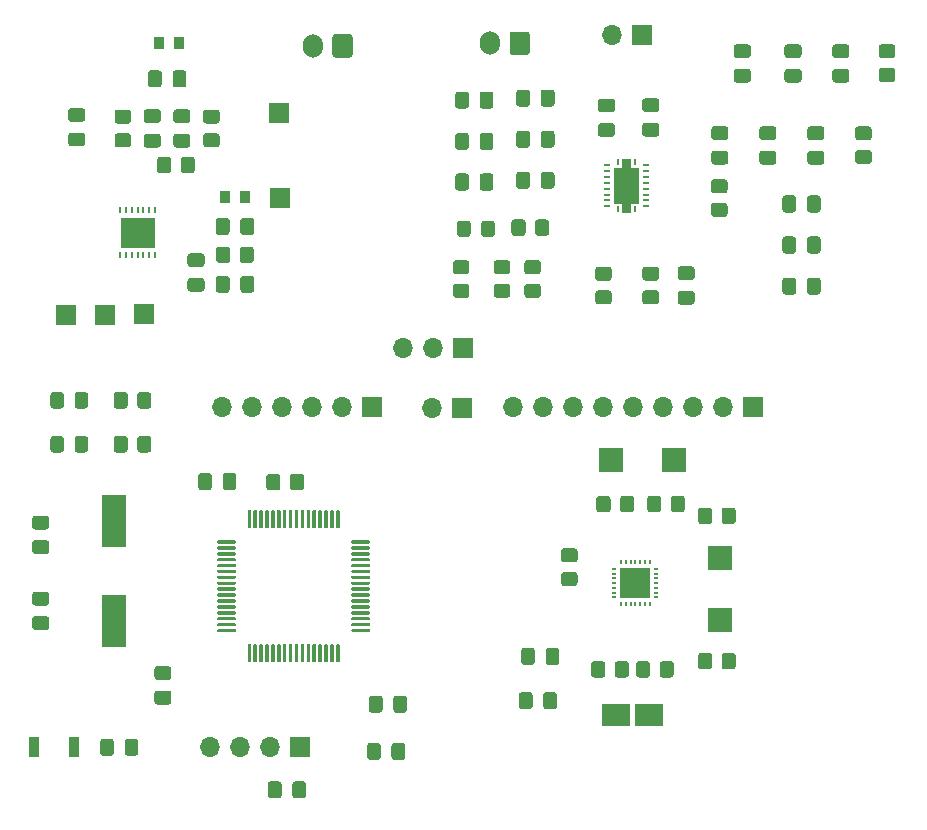
<source format=gbr>
%TF.GenerationSoftware,KiCad,Pcbnew,(5.1.8)-1*%
%TF.CreationDate,2021-01-16T10:33:32-08:00*%
%TF.ProjectId,spl_prototype,73706c5f-7072-46f7-946f-747970652e6b,rev?*%
%TF.SameCoordinates,Original*%
%TF.FileFunction,Soldermask,Top*%
%TF.FilePolarity,Negative*%
%FSLAX46Y46*%
G04 Gerber Fmt 4.6, Leading zero omitted, Abs format (unit mm)*
G04 Created by KiCad (PCBNEW (5.1.8)-1) date 2021-01-16 10:33:32*
%MOMM*%
%LPD*%
G01*
G04 APERTURE LIST*
%ADD10R,2.000000X2.000000*%
%ADD11O,1.700000X1.700000*%
%ADD12R,1.700000X1.700000*%
%ADD13C,0.200000*%
%ADD14C,0.100000*%
%ADD15R,0.240000X0.600000*%
%ADD16R,0.600000X0.240000*%
%ADD17R,0.200000X0.450000*%
%ADD18R,0.450000X0.200000*%
%ADD19R,2.600000X2.600000*%
%ADD20R,0.900000X1.700000*%
%ADD21R,2.000000X4.500000*%
%ADD22R,0.900000X1.000000*%
%ADD23R,2.400000X1.950000*%
%ADD24R,3.000000X2.600000*%
%ADD25R,0.250000X0.600000*%
%ADD26O,1.700000X2.000000*%
G04 APERTURE END LIST*
D10*
%TO.C,U5*%
X148700000Y-72150000D03*
X148700000Y-66850000D03*
%TD*%
%TO.C,U4*%
X139450000Y-58600000D03*
X144750000Y-58600000D03*
%TD*%
D11*
%TO.C,J6*%
X139510000Y-22600000D03*
D12*
X142050000Y-22600000D03*
%TD*%
D13*
%TO.C,U7*%
X140260000Y-36350000D03*
X141260000Y-36350000D03*
X141260000Y-34350000D03*
X140260000Y-34350000D03*
X140760000Y-36350000D03*
X140760000Y-34350000D03*
D14*
G36*
X141135000Y-36880000D02*
G01*
X141135000Y-37650000D01*
X140385000Y-37650000D01*
X140385000Y-36880000D01*
X139730000Y-36880000D01*
X139730000Y-33820000D01*
X140385000Y-33820000D01*
X140385000Y-33050000D01*
X141135000Y-33050000D01*
X141135000Y-33820000D01*
X141790000Y-33820000D01*
X141790000Y-36880000D01*
X141135000Y-36880000D01*
G37*
D15*
X141510000Y-37350000D03*
X140010000Y-37350000D03*
X141510000Y-33350000D03*
X140010000Y-33350000D03*
D16*
X139110000Y-37100000D03*
X142410000Y-37100000D03*
X139110000Y-36600000D03*
X142410000Y-36600000D03*
X139110000Y-36100000D03*
X142410000Y-36100000D03*
X139110000Y-35600000D03*
X142410000Y-35600000D03*
X139110000Y-35100000D03*
X142410000Y-35100000D03*
X139110000Y-34600000D03*
X142410000Y-34600000D03*
X139110000Y-34100000D03*
X142410000Y-34100000D03*
X139110000Y-33600000D03*
X142410000Y-33600000D03*
%TD*%
D17*
%TO.C,U3*%
X140300000Y-70775000D03*
X140700000Y-70775000D03*
X141100000Y-70775000D03*
X141500000Y-70775000D03*
X141900000Y-70775000D03*
X142300000Y-70775000D03*
X142700000Y-70775000D03*
D18*
X143275000Y-70200000D03*
X143275000Y-69800000D03*
X143275000Y-69400000D03*
X143275000Y-69000000D03*
X143275000Y-68600000D03*
X143275000Y-68200000D03*
X143275000Y-67800000D03*
D17*
X142700000Y-67225000D03*
X142300000Y-67225000D03*
X141900000Y-67225000D03*
X141500000Y-67225000D03*
X141100000Y-67225000D03*
X140700000Y-67225000D03*
X140300000Y-67225000D03*
D18*
X139725000Y-67800000D03*
X139725000Y-68200000D03*
X139725000Y-68600000D03*
X139725000Y-69000000D03*
X139725000Y-69400000D03*
X139725000Y-69800000D03*
X139725000Y-70200000D03*
D19*
X141500000Y-69000000D03*
%TD*%
D11*
%TO.C,TP2*%
X124260000Y-54200000D03*
D12*
X126800000Y-54200000D03*
%TD*%
D20*
%TO.C,SW1*%
X94000000Y-82900000D03*
X90600000Y-82900000D03*
%TD*%
D21*
%TO.C,Y1*%
X97320000Y-72240000D03*
X97320000Y-63740000D03*
%TD*%
D22*
%TO.C,L2*%
X106750000Y-36300000D03*
X108450000Y-36300000D03*
%TD*%
%TO.C,L1*%
X101150000Y-23300000D03*
X102850000Y-23300000D03*
%TD*%
D23*
%TO.C,U6*%
X139850000Y-80200000D03*
X142650000Y-80200000D03*
%TD*%
D24*
%TO.C,U2*%
X99350000Y-39340000D03*
D25*
X100850000Y-41240000D03*
X100850000Y-37440000D03*
X100350000Y-41240000D03*
X100350000Y-37440000D03*
X99850000Y-41240000D03*
X99850000Y-37440000D03*
X99350000Y-41240000D03*
X99350000Y-37440000D03*
X98850000Y-41240000D03*
X98850000Y-37440000D03*
X98350000Y-41240000D03*
X98350000Y-37440000D03*
X97850000Y-41240000D03*
X97850000Y-37440000D03*
%TD*%
%TO.C,U1*%
G36*
G01*
X108660000Y-64285000D02*
X108660000Y-62885000D01*
G75*
G02*
X108735000Y-62810000I75000J0D01*
G01*
X108885000Y-62810000D01*
G75*
G02*
X108960000Y-62885000I0J-75000D01*
G01*
X108960000Y-64285000D01*
G75*
G02*
X108885000Y-64360000I-75000J0D01*
G01*
X108735000Y-64360000D01*
G75*
G02*
X108660000Y-64285000I0J75000D01*
G01*
G37*
G36*
G01*
X109160000Y-64285000D02*
X109160000Y-62885000D01*
G75*
G02*
X109235000Y-62810000I75000J0D01*
G01*
X109385000Y-62810000D01*
G75*
G02*
X109460000Y-62885000I0J-75000D01*
G01*
X109460000Y-64285000D01*
G75*
G02*
X109385000Y-64360000I-75000J0D01*
G01*
X109235000Y-64360000D01*
G75*
G02*
X109160000Y-64285000I0J75000D01*
G01*
G37*
G36*
G01*
X109660000Y-64285000D02*
X109660000Y-62885000D01*
G75*
G02*
X109735000Y-62810000I75000J0D01*
G01*
X109885000Y-62810000D01*
G75*
G02*
X109960000Y-62885000I0J-75000D01*
G01*
X109960000Y-64285000D01*
G75*
G02*
X109885000Y-64360000I-75000J0D01*
G01*
X109735000Y-64360000D01*
G75*
G02*
X109660000Y-64285000I0J75000D01*
G01*
G37*
G36*
G01*
X110160000Y-64285000D02*
X110160000Y-62885000D01*
G75*
G02*
X110235000Y-62810000I75000J0D01*
G01*
X110385000Y-62810000D01*
G75*
G02*
X110460000Y-62885000I0J-75000D01*
G01*
X110460000Y-64285000D01*
G75*
G02*
X110385000Y-64360000I-75000J0D01*
G01*
X110235000Y-64360000D01*
G75*
G02*
X110160000Y-64285000I0J75000D01*
G01*
G37*
G36*
G01*
X110660000Y-64285000D02*
X110660000Y-62885000D01*
G75*
G02*
X110735000Y-62810000I75000J0D01*
G01*
X110885000Y-62810000D01*
G75*
G02*
X110960000Y-62885000I0J-75000D01*
G01*
X110960000Y-64285000D01*
G75*
G02*
X110885000Y-64360000I-75000J0D01*
G01*
X110735000Y-64360000D01*
G75*
G02*
X110660000Y-64285000I0J75000D01*
G01*
G37*
G36*
G01*
X111160000Y-64285000D02*
X111160000Y-62885000D01*
G75*
G02*
X111235000Y-62810000I75000J0D01*
G01*
X111385000Y-62810000D01*
G75*
G02*
X111460000Y-62885000I0J-75000D01*
G01*
X111460000Y-64285000D01*
G75*
G02*
X111385000Y-64360000I-75000J0D01*
G01*
X111235000Y-64360000D01*
G75*
G02*
X111160000Y-64285000I0J75000D01*
G01*
G37*
G36*
G01*
X111660000Y-64285000D02*
X111660000Y-62885000D01*
G75*
G02*
X111735000Y-62810000I75000J0D01*
G01*
X111885000Y-62810000D01*
G75*
G02*
X111960000Y-62885000I0J-75000D01*
G01*
X111960000Y-64285000D01*
G75*
G02*
X111885000Y-64360000I-75000J0D01*
G01*
X111735000Y-64360000D01*
G75*
G02*
X111660000Y-64285000I0J75000D01*
G01*
G37*
G36*
G01*
X112160000Y-64285000D02*
X112160000Y-62885000D01*
G75*
G02*
X112235000Y-62810000I75000J0D01*
G01*
X112385000Y-62810000D01*
G75*
G02*
X112460000Y-62885000I0J-75000D01*
G01*
X112460000Y-64285000D01*
G75*
G02*
X112385000Y-64360000I-75000J0D01*
G01*
X112235000Y-64360000D01*
G75*
G02*
X112160000Y-64285000I0J75000D01*
G01*
G37*
G36*
G01*
X112660000Y-64285000D02*
X112660000Y-62885000D01*
G75*
G02*
X112735000Y-62810000I75000J0D01*
G01*
X112885000Y-62810000D01*
G75*
G02*
X112960000Y-62885000I0J-75000D01*
G01*
X112960000Y-64285000D01*
G75*
G02*
X112885000Y-64360000I-75000J0D01*
G01*
X112735000Y-64360000D01*
G75*
G02*
X112660000Y-64285000I0J75000D01*
G01*
G37*
G36*
G01*
X113160000Y-64285000D02*
X113160000Y-62885000D01*
G75*
G02*
X113235000Y-62810000I75000J0D01*
G01*
X113385000Y-62810000D01*
G75*
G02*
X113460000Y-62885000I0J-75000D01*
G01*
X113460000Y-64285000D01*
G75*
G02*
X113385000Y-64360000I-75000J0D01*
G01*
X113235000Y-64360000D01*
G75*
G02*
X113160000Y-64285000I0J75000D01*
G01*
G37*
G36*
G01*
X113660000Y-64285000D02*
X113660000Y-62885000D01*
G75*
G02*
X113735000Y-62810000I75000J0D01*
G01*
X113885000Y-62810000D01*
G75*
G02*
X113960000Y-62885000I0J-75000D01*
G01*
X113960000Y-64285000D01*
G75*
G02*
X113885000Y-64360000I-75000J0D01*
G01*
X113735000Y-64360000D01*
G75*
G02*
X113660000Y-64285000I0J75000D01*
G01*
G37*
G36*
G01*
X114160000Y-64285000D02*
X114160000Y-62885000D01*
G75*
G02*
X114235000Y-62810000I75000J0D01*
G01*
X114385000Y-62810000D01*
G75*
G02*
X114460000Y-62885000I0J-75000D01*
G01*
X114460000Y-64285000D01*
G75*
G02*
X114385000Y-64360000I-75000J0D01*
G01*
X114235000Y-64360000D01*
G75*
G02*
X114160000Y-64285000I0J75000D01*
G01*
G37*
G36*
G01*
X114660000Y-64285000D02*
X114660000Y-62885000D01*
G75*
G02*
X114735000Y-62810000I75000J0D01*
G01*
X114885000Y-62810000D01*
G75*
G02*
X114960000Y-62885000I0J-75000D01*
G01*
X114960000Y-64285000D01*
G75*
G02*
X114885000Y-64360000I-75000J0D01*
G01*
X114735000Y-64360000D01*
G75*
G02*
X114660000Y-64285000I0J75000D01*
G01*
G37*
G36*
G01*
X115160000Y-64285000D02*
X115160000Y-62885000D01*
G75*
G02*
X115235000Y-62810000I75000J0D01*
G01*
X115385000Y-62810000D01*
G75*
G02*
X115460000Y-62885000I0J-75000D01*
G01*
X115460000Y-64285000D01*
G75*
G02*
X115385000Y-64360000I-75000J0D01*
G01*
X115235000Y-64360000D01*
G75*
G02*
X115160000Y-64285000I0J75000D01*
G01*
G37*
G36*
G01*
X115660000Y-64285000D02*
X115660000Y-62885000D01*
G75*
G02*
X115735000Y-62810000I75000J0D01*
G01*
X115885000Y-62810000D01*
G75*
G02*
X115960000Y-62885000I0J-75000D01*
G01*
X115960000Y-64285000D01*
G75*
G02*
X115885000Y-64360000I-75000J0D01*
G01*
X115735000Y-64360000D01*
G75*
G02*
X115660000Y-64285000I0J75000D01*
G01*
G37*
G36*
G01*
X116160000Y-64285000D02*
X116160000Y-62885000D01*
G75*
G02*
X116235000Y-62810000I75000J0D01*
G01*
X116385000Y-62810000D01*
G75*
G02*
X116460000Y-62885000I0J-75000D01*
G01*
X116460000Y-64285000D01*
G75*
G02*
X116385000Y-64360000I-75000J0D01*
G01*
X116235000Y-64360000D01*
G75*
G02*
X116160000Y-64285000I0J75000D01*
G01*
G37*
G36*
G01*
X117460000Y-65585000D02*
X117460000Y-65435000D01*
G75*
G02*
X117535000Y-65360000I75000J0D01*
G01*
X118935000Y-65360000D01*
G75*
G02*
X119010000Y-65435000I0J-75000D01*
G01*
X119010000Y-65585000D01*
G75*
G02*
X118935000Y-65660000I-75000J0D01*
G01*
X117535000Y-65660000D01*
G75*
G02*
X117460000Y-65585000I0J75000D01*
G01*
G37*
G36*
G01*
X117460000Y-66085000D02*
X117460000Y-65935000D01*
G75*
G02*
X117535000Y-65860000I75000J0D01*
G01*
X118935000Y-65860000D01*
G75*
G02*
X119010000Y-65935000I0J-75000D01*
G01*
X119010000Y-66085000D01*
G75*
G02*
X118935000Y-66160000I-75000J0D01*
G01*
X117535000Y-66160000D01*
G75*
G02*
X117460000Y-66085000I0J75000D01*
G01*
G37*
G36*
G01*
X117460000Y-66585000D02*
X117460000Y-66435000D01*
G75*
G02*
X117535000Y-66360000I75000J0D01*
G01*
X118935000Y-66360000D01*
G75*
G02*
X119010000Y-66435000I0J-75000D01*
G01*
X119010000Y-66585000D01*
G75*
G02*
X118935000Y-66660000I-75000J0D01*
G01*
X117535000Y-66660000D01*
G75*
G02*
X117460000Y-66585000I0J75000D01*
G01*
G37*
G36*
G01*
X117460000Y-67085000D02*
X117460000Y-66935000D01*
G75*
G02*
X117535000Y-66860000I75000J0D01*
G01*
X118935000Y-66860000D01*
G75*
G02*
X119010000Y-66935000I0J-75000D01*
G01*
X119010000Y-67085000D01*
G75*
G02*
X118935000Y-67160000I-75000J0D01*
G01*
X117535000Y-67160000D01*
G75*
G02*
X117460000Y-67085000I0J75000D01*
G01*
G37*
G36*
G01*
X117460000Y-67585000D02*
X117460000Y-67435000D01*
G75*
G02*
X117535000Y-67360000I75000J0D01*
G01*
X118935000Y-67360000D01*
G75*
G02*
X119010000Y-67435000I0J-75000D01*
G01*
X119010000Y-67585000D01*
G75*
G02*
X118935000Y-67660000I-75000J0D01*
G01*
X117535000Y-67660000D01*
G75*
G02*
X117460000Y-67585000I0J75000D01*
G01*
G37*
G36*
G01*
X117460000Y-68085000D02*
X117460000Y-67935000D01*
G75*
G02*
X117535000Y-67860000I75000J0D01*
G01*
X118935000Y-67860000D01*
G75*
G02*
X119010000Y-67935000I0J-75000D01*
G01*
X119010000Y-68085000D01*
G75*
G02*
X118935000Y-68160000I-75000J0D01*
G01*
X117535000Y-68160000D01*
G75*
G02*
X117460000Y-68085000I0J75000D01*
G01*
G37*
G36*
G01*
X117460000Y-68585000D02*
X117460000Y-68435000D01*
G75*
G02*
X117535000Y-68360000I75000J0D01*
G01*
X118935000Y-68360000D01*
G75*
G02*
X119010000Y-68435000I0J-75000D01*
G01*
X119010000Y-68585000D01*
G75*
G02*
X118935000Y-68660000I-75000J0D01*
G01*
X117535000Y-68660000D01*
G75*
G02*
X117460000Y-68585000I0J75000D01*
G01*
G37*
G36*
G01*
X117460000Y-69085000D02*
X117460000Y-68935000D01*
G75*
G02*
X117535000Y-68860000I75000J0D01*
G01*
X118935000Y-68860000D01*
G75*
G02*
X119010000Y-68935000I0J-75000D01*
G01*
X119010000Y-69085000D01*
G75*
G02*
X118935000Y-69160000I-75000J0D01*
G01*
X117535000Y-69160000D01*
G75*
G02*
X117460000Y-69085000I0J75000D01*
G01*
G37*
G36*
G01*
X117460000Y-69585000D02*
X117460000Y-69435000D01*
G75*
G02*
X117535000Y-69360000I75000J0D01*
G01*
X118935000Y-69360000D01*
G75*
G02*
X119010000Y-69435000I0J-75000D01*
G01*
X119010000Y-69585000D01*
G75*
G02*
X118935000Y-69660000I-75000J0D01*
G01*
X117535000Y-69660000D01*
G75*
G02*
X117460000Y-69585000I0J75000D01*
G01*
G37*
G36*
G01*
X117460000Y-70085000D02*
X117460000Y-69935000D01*
G75*
G02*
X117535000Y-69860000I75000J0D01*
G01*
X118935000Y-69860000D01*
G75*
G02*
X119010000Y-69935000I0J-75000D01*
G01*
X119010000Y-70085000D01*
G75*
G02*
X118935000Y-70160000I-75000J0D01*
G01*
X117535000Y-70160000D01*
G75*
G02*
X117460000Y-70085000I0J75000D01*
G01*
G37*
G36*
G01*
X117460000Y-70585000D02*
X117460000Y-70435000D01*
G75*
G02*
X117535000Y-70360000I75000J0D01*
G01*
X118935000Y-70360000D01*
G75*
G02*
X119010000Y-70435000I0J-75000D01*
G01*
X119010000Y-70585000D01*
G75*
G02*
X118935000Y-70660000I-75000J0D01*
G01*
X117535000Y-70660000D01*
G75*
G02*
X117460000Y-70585000I0J75000D01*
G01*
G37*
G36*
G01*
X117460000Y-71085000D02*
X117460000Y-70935000D01*
G75*
G02*
X117535000Y-70860000I75000J0D01*
G01*
X118935000Y-70860000D01*
G75*
G02*
X119010000Y-70935000I0J-75000D01*
G01*
X119010000Y-71085000D01*
G75*
G02*
X118935000Y-71160000I-75000J0D01*
G01*
X117535000Y-71160000D01*
G75*
G02*
X117460000Y-71085000I0J75000D01*
G01*
G37*
G36*
G01*
X117460000Y-71585000D02*
X117460000Y-71435000D01*
G75*
G02*
X117535000Y-71360000I75000J0D01*
G01*
X118935000Y-71360000D01*
G75*
G02*
X119010000Y-71435000I0J-75000D01*
G01*
X119010000Y-71585000D01*
G75*
G02*
X118935000Y-71660000I-75000J0D01*
G01*
X117535000Y-71660000D01*
G75*
G02*
X117460000Y-71585000I0J75000D01*
G01*
G37*
G36*
G01*
X117460000Y-72085000D02*
X117460000Y-71935000D01*
G75*
G02*
X117535000Y-71860000I75000J0D01*
G01*
X118935000Y-71860000D01*
G75*
G02*
X119010000Y-71935000I0J-75000D01*
G01*
X119010000Y-72085000D01*
G75*
G02*
X118935000Y-72160000I-75000J0D01*
G01*
X117535000Y-72160000D01*
G75*
G02*
X117460000Y-72085000I0J75000D01*
G01*
G37*
G36*
G01*
X117460000Y-72585000D02*
X117460000Y-72435000D01*
G75*
G02*
X117535000Y-72360000I75000J0D01*
G01*
X118935000Y-72360000D01*
G75*
G02*
X119010000Y-72435000I0J-75000D01*
G01*
X119010000Y-72585000D01*
G75*
G02*
X118935000Y-72660000I-75000J0D01*
G01*
X117535000Y-72660000D01*
G75*
G02*
X117460000Y-72585000I0J75000D01*
G01*
G37*
G36*
G01*
X117460000Y-73085000D02*
X117460000Y-72935000D01*
G75*
G02*
X117535000Y-72860000I75000J0D01*
G01*
X118935000Y-72860000D01*
G75*
G02*
X119010000Y-72935000I0J-75000D01*
G01*
X119010000Y-73085000D01*
G75*
G02*
X118935000Y-73160000I-75000J0D01*
G01*
X117535000Y-73160000D01*
G75*
G02*
X117460000Y-73085000I0J75000D01*
G01*
G37*
G36*
G01*
X116160000Y-75635000D02*
X116160000Y-74235000D01*
G75*
G02*
X116235000Y-74160000I75000J0D01*
G01*
X116385000Y-74160000D01*
G75*
G02*
X116460000Y-74235000I0J-75000D01*
G01*
X116460000Y-75635000D01*
G75*
G02*
X116385000Y-75710000I-75000J0D01*
G01*
X116235000Y-75710000D01*
G75*
G02*
X116160000Y-75635000I0J75000D01*
G01*
G37*
G36*
G01*
X115660000Y-75635000D02*
X115660000Y-74235000D01*
G75*
G02*
X115735000Y-74160000I75000J0D01*
G01*
X115885000Y-74160000D01*
G75*
G02*
X115960000Y-74235000I0J-75000D01*
G01*
X115960000Y-75635000D01*
G75*
G02*
X115885000Y-75710000I-75000J0D01*
G01*
X115735000Y-75710000D01*
G75*
G02*
X115660000Y-75635000I0J75000D01*
G01*
G37*
G36*
G01*
X115160000Y-75635000D02*
X115160000Y-74235000D01*
G75*
G02*
X115235000Y-74160000I75000J0D01*
G01*
X115385000Y-74160000D01*
G75*
G02*
X115460000Y-74235000I0J-75000D01*
G01*
X115460000Y-75635000D01*
G75*
G02*
X115385000Y-75710000I-75000J0D01*
G01*
X115235000Y-75710000D01*
G75*
G02*
X115160000Y-75635000I0J75000D01*
G01*
G37*
G36*
G01*
X114660000Y-75635000D02*
X114660000Y-74235000D01*
G75*
G02*
X114735000Y-74160000I75000J0D01*
G01*
X114885000Y-74160000D01*
G75*
G02*
X114960000Y-74235000I0J-75000D01*
G01*
X114960000Y-75635000D01*
G75*
G02*
X114885000Y-75710000I-75000J0D01*
G01*
X114735000Y-75710000D01*
G75*
G02*
X114660000Y-75635000I0J75000D01*
G01*
G37*
G36*
G01*
X114160000Y-75635000D02*
X114160000Y-74235000D01*
G75*
G02*
X114235000Y-74160000I75000J0D01*
G01*
X114385000Y-74160000D01*
G75*
G02*
X114460000Y-74235000I0J-75000D01*
G01*
X114460000Y-75635000D01*
G75*
G02*
X114385000Y-75710000I-75000J0D01*
G01*
X114235000Y-75710000D01*
G75*
G02*
X114160000Y-75635000I0J75000D01*
G01*
G37*
G36*
G01*
X113660000Y-75635000D02*
X113660000Y-74235000D01*
G75*
G02*
X113735000Y-74160000I75000J0D01*
G01*
X113885000Y-74160000D01*
G75*
G02*
X113960000Y-74235000I0J-75000D01*
G01*
X113960000Y-75635000D01*
G75*
G02*
X113885000Y-75710000I-75000J0D01*
G01*
X113735000Y-75710000D01*
G75*
G02*
X113660000Y-75635000I0J75000D01*
G01*
G37*
G36*
G01*
X113160000Y-75635000D02*
X113160000Y-74235000D01*
G75*
G02*
X113235000Y-74160000I75000J0D01*
G01*
X113385000Y-74160000D01*
G75*
G02*
X113460000Y-74235000I0J-75000D01*
G01*
X113460000Y-75635000D01*
G75*
G02*
X113385000Y-75710000I-75000J0D01*
G01*
X113235000Y-75710000D01*
G75*
G02*
X113160000Y-75635000I0J75000D01*
G01*
G37*
G36*
G01*
X112660000Y-75635000D02*
X112660000Y-74235000D01*
G75*
G02*
X112735000Y-74160000I75000J0D01*
G01*
X112885000Y-74160000D01*
G75*
G02*
X112960000Y-74235000I0J-75000D01*
G01*
X112960000Y-75635000D01*
G75*
G02*
X112885000Y-75710000I-75000J0D01*
G01*
X112735000Y-75710000D01*
G75*
G02*
X112660000Y-75635000I0J75000D01*
G01*
G37*
G36*
G01*
X112160000Y-75635000D02*
X112160000Y-74235000D01*
G75*
G02*
X112235000Y-74160000I75000J0D01*
G01*
X112385000Y-74160000D01*
G75*
G02*
X112460000Y-74235000I0J-75000D01*
G01*
X112460000Y-75635000D01*
G75*
G02*
X112385000Y-75710000I-75000J0D01*
G01*
X112235000Y-75710000D01*
G75*
G02*
X112160000Y-75635000I0J75000D01*
G01*
G37*
G36*
G01*
X111660000Y-75635000D02*
X111660000Y-74235000D01*
G75*
G02*
X111735000Y-74160000I75000J0D01*
G01*
X111885000Y-74160000D01*
G75*
G02*
X111960000Y-74235000I0J-75000D01*
G01*
X111960000Y-75635000D01*
G75*
G02*
X111885000Y-75710000I-75000J0D01*
G01*
X111735000Y-75710000D01*
G75*
G02*
X111660000Y-75635000I0J75000D01*
G01*
G37*
G36*
G01*
X111160000Y-75635000D02*
X111160000Y-74235000D01*
G75*
G02*
X111235000Y-74160000I75000J0D01*
G01*
X111385000Y-74160000D01*
G75*
G02*
X111460000Y-74235000I0J-75000D01*
G01*
X111460000Y-75635000D01*
G75*
G02*
X111385000Y-75710000I-75000J0D01*
G01*
X111235000Y-75710000D01*
G75*
G02*
X111160000Y-75635000I0J75000D01*
G01*
G37*
G36*
G01*
X110660000Y-75635000D02*
X110660000Y-74235000D01*
G75*
G02*
X110735000Y-74160000I75000J0D01*
G01*
X110885000Y-74160000D01*
G75*
G02*
X110960000Y-74235000I0J-75000D01*
G01*
X110960000Y-75635000D01*
G75*
G02*
X110885000Y-75710000I-75000J0D01*
G01*
X110735000Y-75710000D01*
G75*
G02*
X110660000Y-75635000I0J75000D01*
G01*
G37*
G36*
G01*
X110160000Y-75635000D02*
X110160000Y-74235000D01*
G75*
G02*
X110235000Y-74160000I75000J0D01*
G01*
X110385000Y-74160000D01*
G75*
G02*
X110460000Y-74235000I0J-75000D01*
G01*
X110460000Y-75635000D01*
G75*
G02*
X110385000Y-75710000I-75000J0D01*
G01*
X110235000Y-75710000D01*
G75*
G02*
X110160000Y-75635000I0J75000D01*
G01*
G37*
G36*
G01*
X109660000Y-75635000D02*
X109660000Y-74235000D01*
G75*
G02*
X109735000Y-74160000I75000J0D01*
G01*
X109885000Y-74160000D01*
G75*
G02*
X109960000Y-74235000I0J-75000D01*
G01*
X109960000Y-75635000D01*
G75*
G02*
X109885000Y-75710000I-75000J0D01*
G01*
X109735000Y-75710000D01*
G75*
G02*
X109660000Y-75635000I0J75000D01*
G01*
G37*
G36*
G01*
X109160000Y-75635000D02*
X109160000Y-74235000D01*
G75*
G02*
X109235000Y-74160000I75000J0D01*
G01*
X109385000Y-74160000D01*
G75*
G02*
X109460000Y-74235000I0J-75000D01*
G01*
X109460000Y-75635000D01*
G75*
G02*
X109385000Y-75710000I-75000J0D01*
G01*
X109235000Y-75710000D01*
G75*
G02*
X109160000Y-75635000I0J75000D01*
G01*
G37*
G36*
G01*
X108660000Y-75635000D02*
X108660000Y-74235000D01*
G75*
G02*
X108735000Y-74160000I75000J0D01*
G01*
X108885000Y-74160000D01*
G75*
G02*
X108960000Y-74235000I0J-75000D01*
G01*
X108960000Y-75635000D01*
G75*
G02*
X108885000Y-75710000I-75000J0D01*
G01*
X108735000Y-75710000D01*
G75*
G02*
X108660000Y-75635000I0J75000D01*
G01*
G37*
G36*
G01*
X106110000Y-73085000D02*
X106110000Y-72935000D01*
G75*
G02*
X106185000Y-72860000I75000J0D01*
G01*
X107585000Y-72860000D01*
G75*
G02*
X107660000Y-72935000I0J-75000D01*
G01*
X107660000Y-73085000D01*
G75*
G02*
X107585000Y-73160000I-75000J0D01*
G01*
X106185000Y-73160000D01*
G75*
G02*
X106110000Y-73085000I0J75000D01*
G01*
G37*
G36*
G01*
X106110000Y-72585000D02*
X106110000Y-72435000D01*
G75*
G02*
X106185000Y-72360000I75000J0D01*
G01*
X107585000Y-72360000D01*
G75*
G02*
X107660000Y-72435000I0J-75000D01*
G01*
X107660000Y-72585000D01*
G75*
G02*
X107585000Y-72660000I-75000J0D01*
G01*
X106185000Y-72660000D01*
G75*
G02*
X106110000Y-72585000I0J75000D01*
G01*
G37*
G36*
G01*
X106110000Y-72085000D02*
X106110000Y-71935000D01*
G75*
G02*
X106185000Y-71860000I75000J0D01*
G01*
X107585000Y-71860000D01*
G75*
G02*
X107660000Y-71935000I0J-75000D01*
G01*
X107660000Y-72085000D01*
G75*
G02*
X107585000Y-72160000I-75000J0D01*
G01*
X106185000Y-72160000D01*
G75*
G02*
X106110000Y-72085000I0J75000D01*
G01*
G37*
G36*
G01*
X106110000Y-71585000D02*
X106110000Y-71435000D01*
G75*
G02*
X106185000Y-71360000I75000J0D01*
G01*
X107585000Y-71360000D01*
G75*
G02*
X107660000Y-71435000I0J-75000D01*
G01*
X107660000Y-71585000D01*
G75*
G02*
X107585000Y-71660000I-75000J0D01*
G01*
X106185000Y-71660000D01*
G75*
G02*
X106110000Y-71585000I0J75000D01*
G01*
G37*
G36*
G01*
X106110000Y-71085000D02*
X106110000Y-70935000D01*
G75*
G02*
X106185000Y-70860000I75000J0D01*
G01*
X107585000Y-70860000D01*
G75*
G02*
X107660000Y-70935000I0J-75000D01*
G01*
X107660000Y-71085000D01*
G75*
G02*
X107585000Y-71160000I-75000J0D01*
G01*
X106185000Y-71160000D01*
G75*
G02*
X106110000Y-71085000I0J75000D01*
G01*
G37*
G36*
G01*
X106110000Y-70585000D02*
X106110000Y-70435000D01*
G75*
G02*
X106185000Y-70360000I75000J0D01*
G01*
X107585000Y-70360000D01*
G75*
G02*
X107660000Y-70435000I0J-75000D01*
G01*
X107660000Y-70585000D01*
G75*
G02*
X107585000Y-70660000I-75000J0D01*
G01*
X106185000Y-70660000D01*
G75*
G02*
X106110000Y-70585000I0J75000D01*
G01*
G37*
G36*
G01*
X106110000Y-70085000D02*
X106110000Y-69935000D01*
G75*
G02*
X106185000Y-69860000I75000J0D01*
G01*
X107585000Y-69860000D01*
G75*
G02*
X107660000Y-69935000I0J-75000D01*
G01*
X107660000Y-70085000D01*
G75*
G02*
X107585000Y-70160000I-75000J0D01*
G01*
X106185000Y-70160000D01*
G75*
G02*
X106110000Y-70085000I0J75000D01*
G01*
G37*
G36*
G01*
X106110000Y-69585000D02*
X106110000Y-69435000D01*
G75*
G02*
X106185000Y-69360000I75000J0D01*
G01*
X107585000Y-69360000D01*
G75*
G02*
X107660000Y-69435000I0J-75000D01*
G01*
X107660000Y-69585000D01*
G75*
G02*
X107585000Y-69660000I-75000J0D01*
G01*
X106185000Y-69660000D01*
G75*
G02*
X106110000Y-69585000I0J75000D01*
G01*
G37*
G36*
G01*
X106110000Y-69085000D02*
X106110000Y-68935000D01*
G75*
G02*
X106185000Y-68860000I75000J0D01*
G01*
X107585000Y-68860000D01*
G75*
G02*
X107660000Y-68935000I0J-75000D01*
G01*
X107660000Y-69085000D01*
G75*
G02*
X107585000Y-69160000I-75000J0D01*
G01*
X106185000Y-69160000D01*
G75*
G02*
X106110000Y-69085000I0J75000D01*
G01*
G37*
G36*
G01*
X106110000Y-68585000D02*
X106110000Y-68435000D01*
G75*
G02*
X106185000Y-68360000I75000J0D01*
G01*
X107585000Y-68360000D01*
G75*
G02*
X107660000Y-68435000I0J-75000D01*
G01*
X107660000Y-68585000D01*
G75*
G02*
X107585000Y-68660000I-75000J0D01*
G01*
X106185000Y-68660000D01*
G75*
G02*
X106110000Y-68585000I0J75000D01*
G01*
G37*
G36*
G01*
X106110000Y-68085000D02*
X106110000Y-67935000D01*
G75*
G02*
X106185000Y-67860000I75000J0D01*
G01*
X107585000Y-67860000D01*
G75*
G02*
X107660000Y-67935000I0J-75000D01*
G01*
X107660000Y-68085000D01*
G75*
G02*
X107585000Y-68160000I-75000J0D01*
G01*
X106185000Y-68160000D01*
G75*
G02*
X106110000Y-68085000I0J75000D01*
G01*
G37*
G36*
G01*
X106110000Y-67585000D02*
X106110000Y-67435000D01*
G75*
G02*
X106185000Y-67360000I75000J0D01*
G01*
X107585000Y-67360000D01*
G75*
G02*
X107660000Y-67435000I0J-75000D01*
G01*
X107660000Y-67585000D01*
G75*
G02*
X107585000Y-67660000I-75000J0D01*
G01*
X106185000Y-67660000D01*
G75*
G02*
X106110000Y-67585000I0J75000D01*
G01*
G37*
G36*
G01*
X106110000Y-67085000D02*
X106110000Y-66935000D01*
G75*
G02*
X106185000Y-66860000I75000J0D01*
G01*
X107585000Y-66860000D01*
G75*
G02*
X107660000Y-66935000I0J-75000D01*
G01*
X107660000Y-67085000D01*
G75*
G02*
X107585000Y-67160000I-75000J0D01*
G01*
X106185000Y-67160000D01*
G75*
G02*
X106110000Y-67085000I0J75000D01*
G01*
G37*
G36*
G01*
X106110000Y-66585000D02*
X106110000Y-66435000D01*
G75*
G02*
X106185000Y-66360000I75000J0D01*
G01*
X107585000Y-66360000D01*
G75*
G02*
X107660000Y-66435000I0J-75000D01*
G01*
X107660000Y-66585000D01*
G75*
G02*
X107585000Y-66660000I-75000J0D01*
G01*
X106185000Y-66660000D01*
G75*
G02*
X106110000Y-66585000I0J75000D01*
G01*
G37*
G36*
G01*
X106110000Y-66085000D02*
X106110000Y-65935000D01*
G75*
G02*
X106185000Y-65860000I75000J0D01*
G01*
X107585000Y-65860000D01*
G75*
G02*
X107660000Y-65935000I0J-75000D01*
G01*
X107660000Y-66085000D01*
G75*
G02*
X107585000Y-66160000I-75000J0D01*
G01*
X106185000Y-66160000D01*
G75*
G02*
X106110000Y-66085000I0J75000D01*
G01*
G37*
G36*
G01*
X106110000Y-65585000D02*
X106110000Y-65435000D01*
G75*
G02*
X106185000Y-65360000I75000J0D01*
G01*
X107585000Y-65360000D01*
G75*
G02*
X107660000Y-65435000I0J-75000D01*
G01*
X107660000Y-65585000D01*
G75*
G02*
X107585000Y-65660000I-75000J0D01*
G01*
X106185000Y-65660000D01*
G75*
G02*
X106110000Y-65585000I0J75000D01*
G01*
G37*
%TD*%
D12*
%TO.C,TP7*%
X111400000Y-36400000D03*
%TD*%
%TO.C,TP6*%
X111300000Y-29200000D03*
%TD*%
%TO.C,TP5*%
X99900000Y-46200000D03*
%TD*%
%TO.C,TP4*%
X96600000Y-46300000D03*
%TD*%
%TO.C,TP3*%
X93300000Y-46300000D03*
%TD*%
%TO.C,R2FB_below1*%
G36*
G01*
X103000000Y-34050001D02*
X103000000Y-33149999D01*
G75*
G02*
X103249999Y-32900000I249999J0D01*
G01*
X103950001Y-32900000D01*
G75*
G02*
X104200000Y-33149999I0J-249999D01*
G01*
X104200000Y-34050001D01*
G75*
G02*
X103950001Y-34300000I-249999J0D01*
G01*
X103249999Y-34300000D01*
G75*
G02*
X103000000Y-34050001I0J249999D01*
G01*
G37*
G36*
G01*
X101000000Y-34050001D02*
X101000000Y-33149999D01*
G75*
G02*
X101249999Y-32900000I249999J0D01*
G01*
X101950001Y-32900000D01*
G75*
G02*
X102200000Y-33149999I0J-249999D01*
G01*
X102200000Y-34050001D01*
G75*
G02*
X101950001Y-34300000I-249999J0D01*
G01*
X101249999Y-34300000D01*
G75*
G02*
X101000000Y-34050001I0J249999D01*
G01*
G37*
%TD*%
%TO.C,R2FB1*%
G36*
G01*
X97649999Y-30900000D02*
X98550001Y-30900000D01*
G75*
G02*
X98800000Y-31149999I0J-249999D01*
G01*
X98800000Y-31850001D01*
G75*
G02*
X98550001Y-32100000I-249999J0D01*
G01*
X97649999Y-32100000D01*
G75*
G02*
X97400000Y-31850001I0J249999D01*
G01*
X97400000Y-31149999D01*
G75*
G02*
X97649999Y-30900000I249999J0D01*
G01*
G37*
G36*
G01*
X97649999Y-28900000D02*
X98550001Y-28900000D01*
G75*
G02*
X98800000Y-29149999I0J-249999D01*
G01*
X98800000Y-29850001D01*
G75*
G02*
X98550001Y-30100000I-249999J0D01*
G01*
X97649999Y-30100000D01*
G75*
G02*
X97400000Y-29850001I0J249999D01*
G01*
X97400000Y-29149999D01*
G75*
G02*
X97649999Y-28900000I249999J0D01*
G01*
G37*
%TD*%
%TO.C,R1FB1*%
G36*
G01*
X105149999Y-30900000D02*
X106050001Y-30900000D01*
G75*
G02*
X106300000Y-31149999I0J-249999D01*
G01*
X106300000Y-31850001D01*
G75*
G02*
X106050001Y-32100000I-249999J0D01*
G01*
X105149999Y-32100000D01*
G75*
G02*
X104900000Y-31850001I0J249999D01*
G01*
X104900000Y-31149999D01*
G75*
G02*
X105149999Y-30900000I249999J0D01*
G01*
G37*
G36*
G01*
X105149999Y-28900000D02*
X106050001Y-28900000D01*
G75*
G02*
X106300000Y-29149999I0J-249999D01*
G01*
X106300000Y-29850001D01*
G75*
G02*
X106050001Y-30100000I-249999J0D01*
G01*
X105149999Y-30100000D01*
G75*
G02*
X104900000Y-29850001I0J249999D01*
G01*
X104900000Y-29149999D01*
G75*
G02*
X105149999Y-28900000I249999J0D01*
G01*
G37*
%TD*%
%TO.C,R20*%
G36*
G01*
X132200000Y-38449999D02*
X132200000Y-39350001D01*
G75*
G02*
X131950001Y-39600000I-249999J0D01*
G01*
X131249999Y-39600000D01*
G75*
G02*
X131000000Y-39350001I0J249999D01*
G01*
X131000000Y-38449999D01*
G75*
G02*
X131249999Y-38200000I249999J0D01*
G01*
X131950001Y-38200000D01*
G75*
G02*
X132200000Y-38449999I0J-249999D01*
G01*
G37*
G36*
G01*
X134200000Y-38449999D02*
X134200000Y-39350001D01*
G75*
G02*
X133950001Y-39600000I-249999J0D01*
G01*
X133249999Y-39600000D01*
G75*
G02*
X133000000Y-39350001I0J249999D01*
G01*
X133000000Y-38449999D01*
G75*
G02*
X133249999Y-38200000I249999J0D01*
G01*
X133950001Y-38200000D01*
G75*
G02*
X134200000Y-38449999I0J-249999D01*
G01*
G37*
%TD*%
%TO.C,R19*%
G36*
G01*
X160359999Y-32320000D02*
X161260001Y-32320000D01*
G75*
G02*
X161510000Y-32569999I0J-249999D01*
G01*
X161510000Y-33270001D01*
G75*
G02*
X161260001Y-33520000I-249999J0D01*
G01*
X160359999Y-33520000D01*
G75*
G02*
X160110000Y-33270001I0J249999D01*
G01*
X160110000Y-32569999D01*
G75*
G02*
X160359999Y-32320000I249999J0D01*
G01*
G37*
G36*
G01*
X160359999Y-30320000D02*
X161260001Y-30320000D01*
G75*
G02*
X161510000Y-30569999I0J-249999D01*
G01*
X161510000Y-31270001D01*
G75*
G02*
X161260001Y-31520000I-249999J0D01*
G01*
X160359999Y-31520000D01*
G75*
G02*
X160110000Y-31270001I0J249999D01*
G01*
X160110000Y-30569999D01*
G75*
G02*
X160359999Y-30320000I249999J0D01*
G01*
G37*
%TD*%
%TO.C,R18*%
G36*
G01*
X127200001Y-42850000D02*
X126299999Y-42850000D01*
G75*
G02*
X126050000Y-42600001I0J249999D01*
G01*
X126050000Y-41899999D01*
G75*
G02*
X126299999Y-41650000I249999J0D01*
G01*
X127200001Y-41650000D01*
G75*
G02*
X127450000Y-41899999I0J-249999D01*
G01*
X127450000Y-42600001D01*
G75*
G02*
X127200001Y-42850000I-249999J0D01*
G01*
G37*
G36*
G01*
X127200001Y-44850000D02*
X126299999Y-44850000D01*
G75*
G02*
X126050000Y-44600001I0J249999D01*
G01*
X126050000Y-43899999D01*
G75*
G02*
X126299999Y-43650000I249999J0D01*
G01*
X127200001Y-43650000D01*
G75*
G02*
X127450000Y-43899999I0J-249999D01*
G01*
X127450000Y-44600001D01*
G75*
G02*
X127200001Y-44850000I-249999J0D01*
G01*
G37*
%TD*%
%TO.C,R17*%
G36*
G01*
X132349999Y-43650000D02*
X133250001Y-43650000D01*
G75*
G02*
X133500000Y-43899999I0J-249999D01*
G01*
X133500000Y-44600001D01*
G75*
G02*
X133250001Y-44850000I-249999J0D01*
G01*
X132349999Y-44850000D01*
G75*
G02*
X132100000Y-44600001I0J249999D01*
G01*
X132100000Y-43899999D01*
G75*
G02*
X132349999Y-43650000I249999J0D01*
G01*
G37*
G36*
G01*
X132349999Y-41650000D02*
X133250001Y-41650000D01*
G75*
G02*
X133500000Y-41899999I0J-249999D01*
G01*
X133500000Y-42600001D01*
G75*
G02*
X133250001Y-42850000I-249999J0D01*
G01*
X132349999Y-42850000D01*
G75*
G02*
X132100000Y-42600001I0J249999D01*
G01*
X132100000Y-41899999D01*
G75*
G02*
X132349999Y-41650000I249999J0D01*
G01*
G37*
%TD*%
%TO.C,R16*%
G36*
G01*
X130650001Y-42850000D02*
X129749999Y-42850000D01*
G75*
G02*
X129500000Y-42600001I0J249999D01*
G01*
X129500000Y-41899999D01*
G75*
G02*
X129749999Y-41650000I249999J0D01*
G01*
X130650001Y-41650000D01*
G75*
G02*
X130900000Y-41899999I0J-249999D01*
G01*
X130900000Y-42600001D01*
G75*
G02*
X130650001Y-42850000I-249999J0D01*
G01*
G37*
G36*
G01*
X130650001Y-44850000D02*
X129749999Y-44850000D01*
G75*
G02*
X129500000Y-44600001I0J249999D01*
G01*
X129500000Y-43899999D01*
G75*
G02*
X129749999Y-43650000I249999J0D01*
G01*
X130650001Y-43650000D01*
G75*
G02*
X130900000Y-43899999I0J-249999D01*
G01*
X130900000Y-44600001D01*
G75*
G02*
X130650001Y-44850000I-249999J0D01*
G01*
G37*
%TD*%
%TO.C,R15*%
G36*
G01*
X163250001Y-24570000D02*
X162349999Y-24570000D01*
G75*
G02*
X162100000Y-24320001I0J249999D01*
G01*
X162100000Y-23619999D01*
G75*
G02*
X162349999Y-23370000I249999J0D01*
G01*
X163250001Y-23370000D01*
G75*
G02*
X163500000Y-23619999I0J-249999D01*
G01*
X163500000Y-24320001D01*
G75*
G02*
X163250001Y-24570000I-249999J0D01*
G01*
G37*
G36*
G01*
X163250001Y-26570000D02*
X162349999Y-26570000D01*
G75*
G02*
X162100000Y-26320001I0J249999D01*
G01*
X162100000Y-25619999D01*
G75*
G02*
X162349999Y-25370000I249999J0D01*
G01*
X163250001Y-25370000D01*
G75*
G02*
X163500000Y-25619999I0J-249999D01*
G01*
X163500000Y-26320001D01*
G75*
G02*
X163250001Y-26570000I-249999J0D01*
G01*
G37*
%TD*%
%TO.C,R14*%
G36*
G01*
X138349999Y-44200000D02*
X139250001Y-44200000D01*
G75*
G02*
X139500000Y-44449999I0J-249999D01*
G01*
X139500000Y-45150001D01*
G75*
G02*
X139250001Y-45400000I-249999J0D01*
G01*
X138349999Y-45400000D01*
G75*
G02*
X138100000Y-45150001I0J249999D01*
G01*
X138100000Y-44449999D01*
G75*
G02*
X138349999Y-44200000I249999J0D01*
G01*
G37*
G36*
G01*
X138349999Y-42200000D02*
X139250001Y-42200000D01*
G75*
G02*
X139500000Y-42449999I0J-249999D01*
G01*
X139500000Y-43150001D01*
G75*
G02*
X139250001Y-43400000I-249999J0D01*
G01*
X138349999Y-43400000D01*
G75*
G02*
X138100000Y-43150001I0J249999D01*
G01*
X138100000Y-42449999D01*
G75*
G02*
X138349999Y-42200000I249999J0D01*
G01*
G37*
%TD*%
%TO.C,R13*%
G36*
G01*
X143250001Y-43400000D02*
X142349999Y-43400000D01*
G75*
G02*
X142100000Y-43150001I0J249999D01*
G01*
X142100000Y-42449999D01*
G75*
G02*
X142349999Y-42200000I249999J0D01*
G01*
X143250001Y-42200000D01*
G75*
G02*
X143500000Y-42449999I0J-249999D01*
G01*
X143500000Y-43150001D01*
G75*
G02*
X143250001Y-43400000I-249999J0D01*
G01*
G37*
G36*
G01*
X143250001Y-45400000D02*
X142349999Y-45400000D01*
G75*
G02*
X142100000Y-45150001I0J249999D01*
G01*
X142100000Y-44449999D01*
G75*
G02*
X142349999Y-44200000I249999J0D01*
G01*
X143250001Y-44200000D01*
G75*
G02*
X143500000Y-44449999I0J-249999D01*
G01*
X143500000Y-45150001D01*
G75*
G02*
X143250001Y-45400000I-249999J0D01*
G01*
G37*
%TD*%
%TO.C,R12*%
G36*
G01*
X148149999Y-36800000D02*
X149050001Y-36800000D01*
G75*
G02*
X149300000Y-37049999I0J-249999D01*
G01*
X149300000Y-37750001D01*
G75*
G02*
X149050001Y-38000000I-249999J0D01*
G01*
X148149999Y-38000000D01*
G75*
G02*
X147900000Y-37750001I0J249999D01*
G01*
X147900000Y-37049999D01*
G75*
G02*
X148149999Y-36800000I249999J0D01*
G01*
G37*
G36*
G01*
X148149999Y-34800000D02*
X149050001Y-34800000D01*
G75*
G02*
X149300000Y-35049999I0J-249999D01*
G01*
X149300000Y-35750001D01*
G75*
G02*
X149050001Y-36000000I-249999J0D01*
G01*
X148149999Y-36000000D01*
G75*
G02*
X147900000Y-35750001I0J249999D01*
G01*
X147900000Y-35049999D01*
G75*
G02*
X148149999Y-34800000I249999J0D01*
G01*
G37*
%TD*%
%TO.C,R11*%
G36*
G01*
X143550000Y-76750001D02*
X143550000Y-75849999D01*
G75*
G02*
X143799999Y-75600000I249999J0D01*
G01*
X144500001Y-75600000D01*
G75*
G02*
X144750000Y-75849999I0J-249999D01*
G01*
X144750000Y-76750001D01*
G75*
G02*
X144500001Y-77000000I-249999J0D01*
G01*
X143799999Y-77000000D01*
G75*
G02*
X143550000Y-76750001I0J249999D01*
G01*
G37*
G36*
G01*
X141550000Y-76750001D02*
X141550000Y-75849999D01*
G75*
G02*
X141799999Y-75600000I249999J0D01*
G01*
X142500001Y-75600000D01*
G75*
G02*
X142750000Y-75849999I0J-249999D01*
G01*
X142750000Y-76750001D01*
G75*
G02*
X142500001Y-77000000I-249999J0D01*
G01*
X141799999Y-77000000D01*
G75*
G02*
X141550000Y-76750001I0J249999D01*
G01*
G37*
%TD*%
%TO.C,R10*%
G36*
G01*
X138950000Y-75849999D02*
X138950000Y-76750001D01*
G75*
G02*
X138700001Y-77000000I-249999J0D01*
G01*
X137999999Y-77000000D01*
G75*
G02*
X137750000Y-76750001I0J249999D01*
G01*
X137750000Y-75849999D01*
G75*
G02*
X137999999Y-75600000I249999J0D01*
G01*
X138700001Y-75600000D01*
G75*
G02*
X138950000Y-75849999I0J-249999D01*
G01*
G37*
G36*
G01*
X140950000Y-75849999D02*
X140950000Y-76750001D01*
G75*
G02*
X140700001Y-77000000I-249999J0D01*
G01*
X139999999Y-77000000D01*
G75*
G02*
X139750000Y-76750001I0J249999D01*
G01*
X139750000Y-75849999D01*
G75*
G02*
X139999999Y-75600000I249999J0D01*
G01*
X140700001Y-75600000D01*
G75*
G02*
X140950000Y-75849999I0J-249999D01*
G01*
G37*
%TD*%
%TO.C,R9*%
G36*
G01*
X148000000Y-62849999D02*
X148000000Y-63750001D01*
G75*
G02*
X147750001Y-64000000I-249999J0D01*
G01*
X147049999Y-64000000D01*
G75*
G02*
X146800000Y-63750001I0J249999D01*
G01*
X146800000Y-62849999D01*
G75*
G02*
X147049999Y-62600000I249999J0D01*
G01*
X147750001Y-62600000D01*
G75*
G02*
X148000000Y-62849999I0J-249999D01*
G01*
G37*
G36*
G01*
X150000000Y-62849999D02*
X150000000Y-63750001D01*
G75*
G02*
X149750001Y-64000000I-249999J0D01*
G01*
X149049999Y-64000000D01*
G75*
G02*
X148800000Y-63750001I0J249999D01*
G01*
X148800000Y-62849999D01*
G75*
G02*
X149049999Y-62600000I249999J0D01*
G01*
X149750001Y-62600000D01*
G75*
G02*
X150000000Y-62849999I0J-249999D01*
G01*
G37*
%TD*%
%TO.C,R8*%
G36*
G01*
X148000000Y-75149999D02*
X148000000Y-76050001D01*
G75*
G02*
X147750001Y-76300000I-249999J0D01*
G01*
X147049999Y-76300000D01*
G75*
G02*
X146800000Y-76050001I0J249999D01*
G01*
X146800000Y-75149999D01*
G75*
G02*
X147049999Y-74900000I249999J0D01*
G01*
X147750001Y-74900000D01*
G75*
G02*
X148000000Y-75149999I0J-249999D01*
G01*
G37*
G36*
G01*
X150000000Y-75149999D02*
X150000000Y-76050001D01*
G75*
G02*
X149750001Y-76300000I-249999J0D01*
G01*
X149049999Y-76300000D01*
G75*
G02*
X148800000Y-76050001I0J249999D01*
G01*
X148800000Y-75149999D01*
G75*
G02*
X149049999Y-74900000I249999J0D01*
G01*
X149750001Y-74900000D01*
G75*
G02*
X150000000Y-75149999I0J-249999D01*
G01*
G37*
%TD*%
%TO.C,R7*%
G36*
G01*
X139400000Y-61849999D02*
X139400000Y-62750001D01*
G75*
G02*
X139150001Y-63000000I-249999J0D01*
G01*
X138449999Y-63000000D01*
G75*
G02*
X138200000Y-62750001I0J249999D01*
G01*
X138200000Y-61849999D01*
G75*
G02*
X138449999Y-61600000I249999J0D01*
G01*
X139150001Y-61600000D01*
G75*
G02*
X139400000Y-61849999I0J-249999D01*
G01*
G37*
G36*
G01*
X141400000Y-61849999D02*
X141400000Y-62750001D01*
G75*
G02*
X141150001Y-63000000I-249999J0D01*
G01*
X140449999Y-63000000D01*
G75*
G02*
X140200000Y-62750001I0J249999D01*
G01*
X140200000Y-61849999D01*
G75*
G02*
X140449999Y-61600000I249999J0D01*
G01*
X141150001Y-61600000D01*
G75*
G02*
X141400000Y-61849999I0J-249999D01*
G01*
G37*
%TD*%
%TO.C,R6*%
G36*
G01*
X144500000Y-62750001D02*
X144500000Y-61849999D01*
G75*
G02*
X144749999Y-61600000I249999J0D01*
G01*
X145450001Y-61600000D01*
G75*
G02*
X145700000Y-61849999I0J-249999D01*
G01*
X145700000Y-62750001D01*
G75*
G02*
X145450001Y-63000000I-249999J0D01*
G01*
X144749999Y-63000000D01*
G75*
G02*
X144500000Y-62750001I0J249999D01*
G01*
G37*
G36*
G01*
X142500000Y-62750001D02*
X142500000Y-61849999D01*
G75*
G02*
X142749999Y-61600000I249999J0D01*
G01*
X143450001Y-61600000D01*
G75*
G02*
X143700000Y-61849999I0J-249999D01*
G01*
X143700000Y-62750001D01*
G75*
G02*
X143450001Y-63000000I-249999J0D01*
G01*
X142749999Y-63000000D01*
G75*
G02*
X142500000Y-62750001I0J249999D01*
G01*
G37*
%TD*%
%TO.C,R5*%
G36*
G01*
X136350001Y-67250000D02*
X135449999Y-67250000D01*
G75*
G02*
X135200000Y-67000001I0J249999D01*
G01*
X135200000Y-66299999D01*
G75*
G02*
X135449999Y-66050000I249999J0D01*
G01*
X136350001Y-66050000D01*
G75*
G02*
X136600000Y-66299999I0J-249999D01*
G01*
X136600000Y-67000001D01*
G75*
G02*
X136350001Y-67250000I-249999J0D01*
G01*
G37*
G36*
G01*
X136350001Y-69250000D02*
X135449999Y-69250000D01*
G75*
G02*
X135200000Y-69000001I0J249999D01*
G01*
X135200000Y-68299999D01*
G75*
G02*
X135449999Y-68050000I249999J0D01*
G01*
X136350001Y-68050000D01*
G75*
G02*
X136600000Y-68299999I0J-249999D01*
G01*
X136600000Y-69000001D01*
G75*
G02*
X136350001Y-69250000I-249999J0D01*
G01*
G37*
%TD*%
%TO.C,R4*%
G36*
G01*
X107200000Y-40749999D02*
X107200000Y-41650001D01*
G75*
G02*
X106950001Y-41900000I-249999J0D01*
G01*
X106249999Y-41900000D01*
G75*
G02*
X106000000Y-41650001I0J249999D01*
G01*
X106000000Y-40749999D01*
G75*
G02*
X106249999Y-40500000I249999J0D01*
G01*
X106950001Y-40500000D01*
G75*
G02*
X107200000Y-40749999I0J-249999D01*
G01*
G37*
G36*
G01*
X109200000Y-40749999D02*
X109200000Y-41650001D01*
G75*
G02*
X108950001Y-41900000I-249999J0D01*
G01*
X108249999Y-41900000D01*
G75*
G02*
X108000000Y-41650001I0J249999D01*
G01*
X108000000Y-40749999D01*
G75*
G02*
X108249999Y-40500000I249999J0D01*
G01*
X108950001Y-40500000D01*
G75*
G02*
X109200000Y-40749999I0J-249999D01*
G01*
G37*
%TD*%
%TO.C,R3*%
G36*
G01*
X112250000Y-60900001D02*
X112250000Y-59999999D01*
G75*
G02*
X112499999Y-59750000I249999J0D01*
G01*
X113200001Y-59750000D01*
G75*
G02*
X113450000Y-59999999I0J-249999D01*
G01*
X113450000Y-60900001D01*
G75*
G02*
X113200001Y-61150000I-249999J0D01*
G01*
X112499999Y-61150000D01*
G75*
G02*
X112250000Y-60900001I0J249999D01*
G01*
G37*
G36*
G01*
X110250000Y-60900001D02*
X110250000Y-59999999D01*
G75*
G02*
X110499999Y-59750000I249999J0D01*
G01*
X111200001Y-59750000D01*
G75*
G02*
X111450000Y-59999999I0J-249999D01*
G01*
X111450000Y-60900001D01*
G75*
G02*
X111200001Y-61150000I-249999J0D01*
G01*
X110499999Y-61150000D01*
G75*
G02*
X110250000Y-60900001I0J249999D01*
G01*
G37*
%TD*%
%TO.C,R2*%
G36*
G01*
X99320000Y-57690001D02*
X99320000Y-56789999D01*
G75*
G02*
X99569999Y-56540000I249999J0D01*
G01*
X100270001Y-56540000D01*
G75*
G02*
X100520000Y-56789999I0J-249999D01*
G01*
X100520000Y-57690001D01*
G75*
G02*
X100270001Y-57940000I-249999J0D01*
G01*
X99569999Y-57940000D01*
G75*
G02*
X99320000Y-57690001I0J249999D01*
G01*
G37*
G36*
G01*
X97320000Y-57690001D02*
X97320000Y-56789999D01*
G75*
G02*
X97569999Y-56540000I249999J0D01*
G01*
X98270001Y-56540000D01*
G75*
G02*
X98520000Y-56789999I0J-249999D01*
G01*
X98520000Y-57690001D01*
G75*
G02*
X98270001Y-57940000I-249999J0D01*
G01*
X97569999Y-57940000D01*
G75*
G02*
X97320000Y-57690001I0J249999D01*
G01*
G37*
%TD*%
%TO.C,R1*%
G36*
G01*
X99320000Y-53970001D02*
X99320000Y-53069999D01*
G75*
G02*
X99569999Y-52820000I249999J0D01*
G01*
X100270001Y-52820000D01*
G75*
G02*
X100520000Y-53069999I0J-249999D01*
G01*
X100520000Y-53970001D01*
G75*
G02*
X100270001Y-54220000I-249999J0D01*
G01*
X99569999Y-54220000D01*
G75*
G02*
X99320000Y-53970001I0J249999D01*
G01*
G37*
G36*
G01*
X97320000Y-53970001D02*
X97320000Y-53069999D01*
G75*
G02*
X97569999Y-52820000I249999J0D01*
G01*
X98270001Y-52820000D01*
G75*
G02*
X98520000Y-53069999I0J-249999D01*
G01*
X98520000Y-53970001D01*
G75*
G02*
X98270001Y-54220000I-249999J0D01*
G01*
X97569999Y-54220000D01*
G75*
G02*
X97320000Y-53970001I0J249999D01*
G01*
G37*
%TD*%
D11*
%TO.C,JP1*%
X121820000Y-49100000D03*
X124360000Y-49100000D03*
D12*
X126900000Y-49100000D03*
%TD*%
D11*
%TO.C,J7*%
X105480000Y-82900000D03*
X108020000Y-82900000D03*
X110560000Y-82900000D03*
D12*
X113100000Y-82900000D03*
%TD*%
D11*
%TO.C,J4*%
X106500000Y-54100000D03*
X109040000Y-54100000D03*
X111580000Y-54100000D03*
X114120000Y-54100000D03*
X116660000Y-54100000D03*
D12*
X119200000Y-54100000D03*
%TD*%
D11*
%TO.C,J3*%
X131180000Y-54100000D03*
X133720000Y-54100000D03*
X136260000Y-54100000D03*
X138800000Y-54100000D03*
X141340000Y-54100000D03*
X143880000Y-54100000D03*
X146420000Y-54100000D03*
X148960000Y-54100000D03*
D12*
X151500000Y-54100000D03*
%TD*%
D26*
%TO.C,J2*%
X129200000Y-23300000D03*
G36*
G01*
X132550000Y-22550000D02*
X132550000Y-24050000D01*
G75*
G02*
X132300000Y-24300000I-250000J0D01*
G01*
X131100000Y-24300000D01*
G75*
G02*
X130850000Y-24050000I0J250000D01*
G01*
X130850000Y-22550000D01*
G75*
G02*
X131100000Y-22300000I250000J0D01*
G01*
X132300000Y-22300000D01*
G75*
G02*
X132550000Y-22550000I0J-250000D01*
G01*
G37*
%TD*%
%TO.C,J1*%
X114200000Y-23500000D03*
G36*
G01*
X117550000Y-22750000D02*
X117550000Y-24250000D01*
G75*
G02*
X117300000Y-24500000I-250000J0D01*
G01*
X116100000Y-24500000D01*
G75*
G02*
X115850000Y-24250000I0J250000D01*
G01*
X115850000Y-22750000D01*
G75*
G02*
X116100000Y-22500000I250000J0D01*
G01*
X117300000Y-22500000D01*
G75*
G02*
X117550000Y-22750000I0J-250000D01*
G01*
G37*
%TD*%
%TO.C,D3*%
G36*
G01*
X128450000Y-39450001D02*
X128450000Y-38549999D01*
G75*
G02*
X128699999Y-38300000I249999J0D01*
G01*
X129350001Y-38300000D01*
G75*
G02*
X129600000Y-38549999I0J-249999D01*
G01*
X129600000Y-39450001D01*
G75*
G02*
X129350001Y-39700000I-249999J0D01*
G01*
X128699999Y-39700000D01*
G75*
G02*
X128450000Y-39450001I0J249999D01*
G01*
G37*
G36*
G01*
X126400000Y-39450001D02*
X126400000Y-38549999D01*
G75*
G02*
X126649999Y-38300000I249999J0D01*
G01*
X127300001Y-38300000D01*
G75*
G02*
X127550000Y-38549999I0J-249999D01*
G01*
X127550000Y-39450001D01*
G75*
G02*
X127300001Y-39700000I-249999J0D01*
G01*
X126649999Y-39700000D01*
G75*
G02*
X126400000Y-39450001I0J249999D01*
G01*
G37*
%TD*%
%TO.C,D2*%
G36*
G01*
X94020000Y-57690001D02*
X94020000Y-56789999D01*
G75*
G02*
X94269999Y-56540000I249999J0D01*
G01*
X94920001Y-56540000D01*
G75*
G02*
X95170000Y-56789999I0J-249999D01*
G01*
X95170000Y-57690001D01*
G75*
G02*
X94920001Y-57940000I-249999J0D01*
G01*
X94269999Y-57940000D01*
G75*
G02*
X94020000Y-57690001I0J249999D01*
G01*
G37*
G36*
G01*
X91970000Y-57690001D02*
X91970000Y-56789999D01*
G75*
G02*
X92219999Y-56540000I249999J0D01*
G01*
X92870001Y-56540000D01*
G75*
G02*
X93120000Y-56789999I0J-249999D01*
G01*
X93120000Y-57690001D01*
G75*
G02*
X92870001Y-57940000I-249999J0D01*
G01*
X92219999Y-57940000D01*
G75*
G02*
X91970000Y-57690001I0J249999D01*
G01*
G37*
%TD*%
%TO.C,D1*%
G36*
G01*
X94020000Y-53970001D02*
X94020000Y-53069999D01*
G75*
G02*
X94269999Y-52820000I249999J0D01*
G01*
X94920001Y-52820000D01*
G75*
G02*
X95170000Y-53069999I0J-249999D01*
G01*
X95170000Y-53970001D01*
G75*
G02*
X94920001Y-54220000I-249999J0D01*
G01*
X94269999Y-54220000D01*
G75*
G02*
X94020000Y-53970001I0J249999D01*
G01*
G37*
G36*
G01*
X91970000Y-53970001D02*
X91970000Y-53069999D01*
G75*
G02*
X92219999Y-52820000I249999J0D01*
G01*
X92870001Y-52820000D01*
G75*
G02*
X93120000Y-53069999I0J-249999D01*
G01*
X93120000Y-53970001D01*
G75*
G02*
X92870001Y-54220000I-249999J0D01*
G01*
X92219999Y-54220000D01*
G75*
G02*
X91970000Y-53970001I0J249999D01*
G01*
G37*
%TD*%
%TO.C,C35*%
G36*
G01*
X158425000Y-25450000D02*
X159375000Y-25450000D01*
G75*
G02*
X159625000Y-25700000I0J-250000D01*
G01*
X159625000Y-26375000D01*
G75*
G02*
X159375000Y-26625000I-250000J0D01*
G01*
X158425000Y-26625000D01*
G75*
G02*
X158175000Y-26375000I0J250000D01*
G01*
X158175000Y-25700000D01*
G75*
G02*
X158425000Y-25450000I250000J0D01*
G01*
G37*
G36*
G01*
X158425000Y-23375000D02*
X159375000Y-23375000D01*
G75*
G02*
X159625000Y-23625000I0J-250000D01*
G01*
X159625000Y-24300000D01*
G75*
G02*
X159375000Y-24550000I-250000J0D01*
G01*
X158425000Y-24550000D01*
G75*
G02*
X158175000Y-24300000I0J250000D01*
G01*
X158175000Y-23625000D01*
G75*
G02*
X158425000Y-23375000I250000J0D01*
G01*
G37*
%TD*%
%TO.C,C34*%
G36*
G01*
X154375000Y-25450000D02*
X155325000Y-25450000D01*
G75*
G02*
X155575000Y-25700000I0J-250000D01*
G01*
X155575000Y-26375000D01*
G75*
G02*
X155325000Y-26625000I-250000J0D01*
G01*
X154375000Y-26625000D01*
G75*
G02*
X154125000Y-26375000I0J250000D01*
G01*
X154125000Y-25700000D01*
G75*
G02*
X154375000Y-25450000I250000J0D01*
G01*
G37*
G36*
G01*
X154375000Y-23375000D02*
X155325000Y-23375000D01*
G75*
G02*
X155575000Y-23625000I0J-250000D01*
G01*
X155575000Y-24300000D01*
G75*
G02*
X155325000Y-24550000I-250000J0D01*
G01*
X154375000Y-24550000D01*
G75*
G02*
X154125000Y-24300000I0J250000D01*
G01*
X154125000Y-23625000D01*
G75*
G02*
X154375000Y-23375000I250000J0D01*
G01*
G37*
%TD*%
%TO.C,C33*%
G36*
G01*
X150075000Y-25450000D02*
X151025000Y-25450000D01*
G75*
G02*
X151275000Y-25700000I0J-250000D01*
G01*
X151275000Y-26375000D01*
G75*
G02*
X151025000Y-26625000I-250000J0D01*
G01*
X150075000Y-26625000D01*
G75*
G02*
X149825000Y-26375000I0J250000D01*
G01*
X149825000Y-25700000D01*
G75*
G02*
X150075000Y-25450000I250000J0D01*
G01*
G37*
G36*
G01*
X150075000Y-23375000D02*
X151025000Y-23375000D01*
G75*
G02*
X151275000Y-23625000I0J-250000D01*
G01*
X151275000Y-24300000D01*
G75*
G02*
X151025000Y-24550000I-250000J0D01*
G01*
X150075000Y-24550000D01*
G75*
G02*
X149825000Y-24300000I0J250000D01*
G01*
X149825000Y-23625000D01*
G75*
G02*
X150075000Y-23375000I250000J0D01*
G01*
G37*
%TD*%
%TO.C,C32*%
G36*
G01*
X157251666Y-31500000D02*
X156301666Y-31500000D01*
G75*
G02*
X156051666Y-31250000I0J250000D01*
G01*
X156051666Y-30575000D01*
G75*
G02*
X156301666Y-30325000I250000J0D01*
G01*
X157251666Y-30325000D01*
G75*
G02*
X157501666Y-30575000I0J-250000D01*
G01*
X157501666Y-31250000D01*
G75*
G02*
X157251666Y-31500000I-250000J0D01*
G01*
G37*
G36*
G01*
X157251666Y-33575000D02*
X156301666Y-33575000D01*
G75*
G02*
X156051666Y-33325000I0J250000D01*
G01*
X156051666Y-32650000D01*
G75*
G02*
X156301666Y-32400000I250000J0D01*
G01*
X157251666Y-32400000D01*
G75*
G02*
X157501666Y-32650000I0J-250000D01*
G01*
X157501666Y-33325000D01*
G75*
G02*
X157251666Y-33575000I-250000J0D01*
G01*
G37*
%TD*%
%TO.C,C31*%
G36*
G01*
X153188333Y-31490000D02*
X152238333Y-31490000D01*
G75*
G02*
X151988333Y-31240000I0J250000D01*
G01*
X151988333Y-30565000D01*
G75*
G02*
X152238333Y-30315000I250000J0D01*
G01*
X153188333Y-30315000D01*
G75*
G02*
X153438333Y-30565000I0J-250000D01*
G01*
X153438333Y-31240000D01*
G75*
G02*
X153188333Y-31490000I-250000J0D01*
G01*
G37*
G36*
G01*
X153188333Y-33565000D02*
X152238333Y-33565000D01*
G75*
G02*
X151988333Y-33315000I0J250000D01*
G01*
X151988333Y-32640000D01*
G75*
G02*
X152238333Y-32390000I250000J0D01*
G01*
X153188333Y-32390000D01*
G75*
G02*
X153438333Y-32640000I0J-250000D01*
G01*
X153438333Y-33315000D01*
G75*
G02*
X153188333Y-33565000I-250000J0D01*
G01*
G37*
%TD*%
%TO.C,C30*%
G36*
G01*
X149125000Y-31480000D02*
X148175000Y-31480000D01*
G75*
G02*
X147925000Y-31230000I0J250000D01*
G01*
X147925000Y-30555000D01*
G75*
G02*
X148175000Y-30305000I250000J0D01*
G01*
X149125000Y-30305000D01*
G75*
G02*
X149375000Y-30555000I0J-250000D01*
G01*
X149375000Y-31230000D01*
G75*
G02*
X149125000Y-31480000I-250000J0D01*
G01*
G37*
G36*
G01*
X149125000Y-33555000D02*
X148175000Y-33555000D01*
G75*
G02*
X147925000Y-33305000I0J250000D01*
G01*
X147925000Y-32630000D01*
G75*
G02*
X148175000Y-32380000I250000J0D01*
G01*
X149125000Y-32380000D01*
G75*
G02*
X149375000Y-32630000I0J-250000D01*
G01*
X149375000Y-33305000D01*
G75*
G02*
X149125000Y-33555000I-250000J0D01*
G01*
G37*
%TD*%
%TO.C,C29*%
G36*
G01*
X145325000Y-44250000D02*
X146275000Y-44250000D01*
G75*
G02*
X146525000Y-44500000I0J-250000D01*
G01*
X146525000Y-45175000D01*
G75*
G02*
X146275000Y-45425000I-250000J0D01*
G01*
X145325000Y-45425000D01*
G75*
G02*
X145075000Y-45175000I0J250000D01*
G01*
X145075000Y-44500000D01*
G75*
G02*
X145325000Y-44250000I250000J0D01*
G01*
G37*
G36*
G01*
X145325000Y-42175000D02*
X146275000Y-42175000D01*
G75*
G02*
X146525000Y-42425000I0J-250000D01*
G01*
X146525000Y-43100000D01*
G75*
G02*
X146275000Y-43350000I-250000J0D01*
G01*
X145325000Y-43350000D01*
G75*
G02*
X145075000Y-43100000I0J250000D01*
G01*
X145075000Y-42425000D01*
G75*
G02*
X145325000Y-42175000I250000J0D01*
G01*
G37*
%TD*%
%TO.C,C28*%
G36*
G01*
X156020000Y-44325000D02*
X156020000Y-43375000D01*
G75*
G02*
X156270000Y-43125000I250000J0D01*
G01*
X156945000Y-43125000D01*
G75*
G02*
X157195000Y-43375000I0J-250000D01*
G01*
X157195000Y-44325000D01*
G75*
G02*
X156945000Y-44575000I-250000J0D01*
G01*
X156270000Y-44575000D01*
G75*
G02*
X156020000Y-44325000I0J250000D01*
G01*
G37*
G36*
G01*
X153945000Y-44325000D02*
X153945000Y-43375000D01*
G75*
G02*
X154195000Y-43125000I250000J0D01*
G01*
X154870000Y-43125000D01*
G75*
G02*
X155120000Y-43375000I0J-250000D01*
G01*
X155120000Y-44325000D01*
G75*
G02*
X154870000Y-44575000I-250000J0D01*
G01*
X154195000Y-44575000D01*
G75*
G02*
X153945000Y-44325000I0J250000D01*
G01*
G37*
%TD*%
%TO.C,C27*%
G36*
G01*
X156020000Y-40847000D02*
X156020000Y-39897000D01*
G75*
G02*
X156270000Y-39647000I250000J0D01*
G01*
X156945000Y-39647000D01*
G75*
G02*
X157195000Y-39897000I0J-250000D01*
G01*
X157195000Y-40847000D01*
G75*
G02*
X156945000Y-41097000I-250000J0D01*
G01*
X156270000Y-41097000D01*
G75*
G02*
X156020000Y-40847000I0J250000D01*
G01*
G37*
G36*
G01*
X153945000Y-40847000D02*
X153945000Y-39897000D01*
G75*
G02*
X154195000Y-39647000I250000J0D01*
G01*
X154870000Y-39647000D01*
G75*
G02*
X155120000Y-39897000I0J-250000D01*
G01*
X155120000Y-40847000D01*
G75*
G02*
X154870000Y-41097000I-250000J0D01*
G01*
X154195000Y-41097000D01*
G75*
G02*
X153945000Y-40847000I0J250000D01*
G01*
G37*
%TD*%
%TO.C,C26*%
G36*
G01*
X156020000Y-37369000D02*
X156020000Y-36419000D01*
G75*
G02*
X156270000Y-36169000I250000J0D01*
G01*
X156945000Y-36169000D01*
G75*
G02*
X157195000Y-36419000I0J-250000D01*
G01*
X157195000Y-37369000D01*
G75*
G02*
X156945000Y-37619000I-250000J0D01*
G01*
X156270000Y-37619000D01*
G75*
G02*
X156020000Y-37369000I0J250000D01*
G01*
G37*
G36*
G01*
X153945000Y-37369000D02*
X153945000Y-36419000D01*
G75*
G02*
X154195000Y-36169000I250000J0D01*
G01*
X154870000Y-36169000D01*
G75*
G02*
X155120000Y-36419000I0J-250000D01*
G01*
X155120000Y-37369000D01*
G75*
G02*
X154870000Y-37619000I-250000J0D01*
G01*
X154195000Y-37619000D01*
G75*
G02*
X153945000Y-37369000I0J250000D01*
G01*
G37*
%TD*%
%TO.C,C25*%
G36*
G01*
X132580000Y-27459000D02*
X132580000Y-28409000D01*
G75*
G02*
X132330000Y-28659000I-250000J0D01*
G01*
X131655000Y-28659000D01*
G75*
G02*
X131405000Y-28409000I0J250000D01*
G01*
X131405000Y-27459000D01*
G75*
G02*
X131655000Y-27209000I250000J0D01*
G01*
X132330000Y-27209000D01*
G75*
G02*
X132580000Y-27459000I0J-250000D01*
G01*
G37*
G36*
G01*
X134655000Y-27459000D02*
X134655000Y-28409000D01*
G75*
G02*
X134405000Y-28659000I-250000J0D01*
G01*
X133730000Y-28659000D01*
G75*
G02*
X133480000Y-28409000I0J250000D01*
G01*
X133480000Y-27459000D01*
G75*
G02*
X133730000Y-27209000I250000J0D01*
G01*
X134405000Y-27209000D01*
G75*
G02*
X134655000Y-27459000I0J-250000D01*
G01*
G37*
%TD*%
%TO.C,C24*%
G36*
G01*
X132580000Y-30937000D02*
X132580000Y-31887000D01*
G75*
G02*
X132330000Y-32137000I-250000J0D01*
G01*
X131655000Y-32137000D01*
G75*
G02*
X131405000Y-31887000I0J250000D01*
G01*
X131405000Y-30937000D01*
G75*
G02*
X131655000Y-30687000I250000J0D01*
G01*
X132330000Y-30687000D01*
G75*
G02*
X132580000Y-30937000I0J-250000D01*
G01*
G37*
G36*
G01*
X134655000Y-30937000D02*
X134655000Y-31887000D01*
G75*
G02*
X134405000Y-32137000I-250000J0D01*
G01*
X133730000Y-32137000D01*
G75*
G02*
X133480000Y-31887000I0J250000D01*
G01*
X133480000Y-30937000D01*
G75*
G02*
X133730000Y-30687000I250000J0D01*
G01*
X134405000Y-30687000D01*
G75*
G02*
X134655000Y-30937000I0J-250000D01*
G01*
G37*
%TD*%
%TO.C,C23*%
G36*
G01*
X132580000Y-34415000D02*
X132580000Y-35365000D01*
G75*
G02*
X132330000Y-35615000I-250000J0D01*
G01*
X131655000Y-35615000D01*
G75*
G02*
X131405000Y-35365000I0J250000D01*
G01*
X131405000Y-34415000D01*
G75*
G02*
X131655000Y-34165000I250000J0D01*
G01*
X132330000Y-34165000D01*
G75*
G02*
X132580000Y-34415000I0J-250000D01*
G01*
G37*
G36*
G01*
X134655000Y-34415000D02*
X134655000Y-35365000D01*
G75*
G02*
X134405000Y-35615000I-250000J0D01*
G01*
X133730000Y-35615000D01*
G75*
G02*
X133480000Y-35365000I0J250000D01*
G01*
X133480000Y-34415000D01*
G75*
G02*
X133730000Y-34165000I250000J0D01*
G01*
X134405000Y-34165000D01*
G75*
G02*
X134655000Y-34415000I0J-250000D01*
G01*
G37*
%TD*%
%TO.C,C22*%
G36*
G01*
X139525000Y-29150000D02*
X138575000Y-29150000D01*
G75*
G02*
X138325000Y-28900000I0J250000D01*
G01*
X138325000Y-28225000D01*
G75*
G02*
X138575000Y-27975000I250000J0D01*
G01*
X139525000Y-27975000D01*
G75*
G02*
X139775000Y-28225000I0J-250000D01*
G01*
X139775000Y-28900000D01*
G75*
G02*
X139525000Y-29150000I-250000J0D01*
G01*
G37*
G36*
G01*
X139525000Y-31225000D02*
X138575000Y-31225000D01*
G75*
G02*
X138325000Y-30975000I0J250000D01*
G01*
X138325000Y-30300000D01*
G75*
G02*
X138575000Y-30050000I250000J0D01*
G01*
X139525000Y-30050000D01*
G75*
G02*
X139775000Y-30300000I0J-250000D01*
G01*
X139775000Y-30975000D01*
G75*
G02*
X139525000Y-31225000I-250000J0D01*
G01*
G37*
%TD*%
%TO.C,C21*%
G36*
G01*
X143275000Y-29120000D02*
X142325000Y-29120000D01*
G75*
G02*
X142075000Y-28870000I0J250000D01*
G01*
X142075000Y-28195000D01*
G75*
G02*
X142325000Y-27945000I250000J0D01*
G01*
X143275000Y-27945000D01*
G75*
G02*
X143525000Y-28195000I0J-250000D01*
G01*
X143525000Y-28870000D01*
G75*
G02*
X143275000Y-29120000I-250000J0D01*
G01*
G37*
G36*
G01*
X143275000Y-31195000D02*
X142325000Y-31195000D01*
G75*
G02*
X142075000Y-30945000I0J250000D01*
G01*
X142075000Y-30270000D01*
G75*
G02*
X142325000Y-30020000I250000J0D01*
G01*
X143275000Y-30020000D01*
G75*
G02*
X143525000Y-30270000I0J-250000D01*
G01*
X143525000Y-30945000D01*
G75*
G02*
X143275000Y-31195000I-250000J0D01*
G01*
G37*
%TD*%
%TO.C,C20*%
G36*
G01*
X127412500Y-27625000D02*
X127412500Y-28575000D01*
G75*
G02*
X127162500Y-28825000I-250000J0D01*
G01*
X126487500Y-28825000D01*
G75*
G02*
X126237500Y-28575000I0J250000D01*
G01*
X126237500Y-27625000D01*
G75*
G02*
X126487500Y-27375000I250000J0D01*
G01*
X127162500Y-27375000D01*
G75*
G02*
X127412500Y-27625000I0J-250000D01*
G01*
G37*
G36*
G01*
X129487500Y-27625000D02*
X129487500Y-28575000D01*
G75*
G02*
X129237500Y-28825000I-250000J0D01*
G01*
X128562500Y-28825000D01*
G75*
G02*
X128312500Y-28575000I0J250000D01*
G01*
X128312500Y-27625000D01*
G75*
G02*
X128562500Y-27375000I250000J0D01*
G01*
X129237500Y-27375000D01*
G75*
G02*
X129487500Y-27625000I0J-250000D01*
G01*
G37*
%TD*%
%TO.C,C19*%
G36*
G01*
X127412500Y-31125000D02*
X127412500Y-32075000D01*
G75*
G02*
X127162500Y-32325000I-250000J0D01*
G01*
X126487500Y-32325000D01*
G75*
G02*
X126237500Y-32075000I0J250000D01*
G01*
X126237500Y-31125000D01*
G75*
G02*
X126487500Y-30875000I250000J0D01*
G01*
X127162500Y-30875000D01*
G75*
G02*
X127412500Y-31125000I0J-250000D01*
G01*
G37*
G36*
G01*
X129487500Y-31125000D02*
X129487500Y-32075000D01*
G75*
G02*
X129237500Y-32325000I-250000J0D01*
G01*
X128562500Y-32325000D01*
G75*
G02*
X128312500Y-32075000I0J250000D01*
G01*
X128312500Y-31125000D01*
G75*
G02*
X128562500Y-30875000I250000J0D01*
G01*
X129237500Y-30875000D01*
G75*
G02*
X129487500Y-31125000I0J-250000D01*
G01*
G37*
%TD*%
%TO.C,C18*%
G36*
G01*
X127412500Y-34565000D02*
X127412500Y-35515000D01*
G75*
G02*
X127162500Y-35765000I-250000J0D01*
G01*
X126487500Y-35765000D01*
G75*
G02*
X126237500Y-35515000I0J250000D01*
G01*
X126237500Y-34565000D01*
G75*
G02*
X126487500Y-34315000I250000J0D01*
G01*
X127162500Y-34315000D01*
G75*
G02*
X127412500Y-34565000I0J-250000D01*
G01*
G37*
G36*
G01*
X129487500Y-34565000D02*
X129487500Y-35515000D01*
G75*
G02*
X129237500Y-35765000I-250000J0D01*
G01*
X128562500Y-35765000D01*
G75*
G02*
X128312500Y-35515000I0J250000D01*
G01*
X128312500Y-34565000D01*
G75*
G02*
X128562500Y-34315000I250000J0D01*
G01*
X129237500Y-34315000D01*
G75*
G02*
X129487500Y-34565000I0J-250000D01*
G01*
G37*
%TD*%
%TO.C,C17*%
G36*
G01*
X94675000Y-29950000D02*
X93725000Y-29950000D01*
G75*
G02*
X93475000Y-29700000I0J250000D01*
G01*
X93475000Y-29025000D01*
G75*
G02*
X93725000Y-28775000I250000J0D01*
G01*
X94675000Y-28775000D01*
G75*
G02*
X94925000Y-29025000I0J-250000D01*
G01*
X94925000Y-29700000D01*
G75*
G02*
X94675000Y-29950000I-250000J0D01*
G01*
G37*
G36*
G01*
X94675000Y-32025000D02*
X93725000Y-32025000D01*
G75*
G02*
X93475000Y-31775000I0J250000D01*
G01*
X93475000Y-31100000D01*
G75*
G02*
X93725000Y-30850000I250000J0D01*
G01*
X94675000Y-30850000D01*
G75*
G02*
X94925000Y-31100000I0J-250000D01*
G01*
X94925000Y-31775000D01*
G75*
G02*
X94675000Y-32025000I-250000J0D01*
G01*
G37*
%TD*%
%TO.C,C16*%
G36*
G01*
X108050000Y-44175000D02*
X108050000Y-43225000D01*
G75*
G02*
X108300000Y-42975000I250000J0D01*
G01*
X108975000Y-42975000D01*
G75*
G02*
X109225000Y-43225000I0J-250000D01*
G01*
X109225000Y-44175000D01*
G75*
G02*
X108975000Y-44425000I-250000J0D01*
G01*
X108300000Y-44425000D01*
G75*
G02*
X108050000Y-44175000I0J250000D01*
G01*
G37*
G36*
G01*
X105975000Y-44175000D02*
X105975000Y-43225000D01*
G75*
G02*
X106225000Y-42975000I250000J0D01*
G01*
X106900000Y-42975000D01*
G75*
G02*
X107150000Y-43225000I0J-250000D01*
G01*
X107150000Y-44175000D01*
G75*
G02*
X106900000Y-44425000I-250000J0D01*
G01*
X106225000Y-44425000D01*
G75*
G02*
X105975000Y-44175000I0J250000D01*
G01*
G37*
%TD*%
%TO.C,C15*%
G36*
G01*
X102312500Y-26775000D02*
X102312500Y-25825000D01*
G75*
G02*
X102562500Y-25575000I250000J0D01*
G01*
X103237500Y-25575000D01*
G75*
G02*
X103487500Y-25825000I0J-250000D01*
G01*
X103487500Y-26775000D01*
G75*
G02*
X103237500Y-27025000I-250000J0D01*
G01*
X102562500Y-27025000D01*
G75*
G02*
X102312500Y-26775000I0J250000D01*
G01*
G37*
G36*
G01*
X100237500Y-26775000D02*
X100237500Y-25825000D01*
G75*
G02*
X100487500Y-25575000I250000J0D01*
G01*
X101162500Y-25575000D01*
G75*
G02*
X101412500Y-25825000I0J-250000D01*
G01*
X101412500Y-26775000D01*
G75*
G02*
X101162500Y-27025000I-250000J0D01*
G01*
X100487500Y-27025000D01*
G75*
G02*
X100237500Y-26775000I0J250000D01*
G01*
G37*
%TD*%
%TO.C,C14*%
G36*
G01*
X104775000Y-42250000D02*
X103825000Y-42250000D01*
G75*
G02*
X103575000Y-42000000I0J250000D01*
G01*
X103575000Y-41325000D01*
G75*
G02*
X103825000Y-41075000I250000J0D01*
G01*
X104775000Y-41075000D01*
G75*
G02*
X105025000Y-41325000I0J-250000D01*
G01*
X105025000Y-42000000D01*
G75*
G02*
X104775000Y-42250000I-250000J0D01*
G01*
G37*
G36*
G01*
X104775000Y-44325000D02*
X103825000Y-44325000D01*
G75*
G02*
X103575000Y-44075000I0J250000D01*
G01*
X103575000Y-43400000D01*
G75*
G02*
X103825000Y-43150000I250000J0D01*
G01*
X104775000Y-43150000D01*
G75*
G02*
X105025000Y-43400000I0J-250000D01*
G01*
X105025000Y-44075000D01*
G75*
G02*
X104775000Y-44325000I-250000J0D01*
G01*
G37*
%TD*%
%TO.C,C13*%
G36*
G01*
X107150000Y-38325000D02*
X107150000Y-39275000D01*
G75*
G02*
X106900000Y-39525000I-250000J0D01*
G01*
X106225000Y-39525000D01*
G75*
G02*
X105975000Y-39275000I0J250000D01*
G01*
X105975000Y-38325000D01*
G75*
G02*
X106225000Y-38075000I250000J0D01*
G01*
X106900000Y-38075000D01*
G75*
G02*
X107150000Y-38325000I0J-250000D01*
G01*
G37*
G36*
G01*
X109225000Y-38325000D02*
X109225000Y-39275000D01*
G75*
G02*
X108975000Y-39525000I-250000J0D01*
G01*
X108300000Y-39525000D01*
G75*
G02*
X108050000Y-39275000I0J250000D01*
G01*
X108050000Y-38325000D01*
G75*
G02*
X108300000Y-38075000I250000J0D01*
G01*
X108975000Y-38075000D01*
G75*
G02*
X109225000Y-38325000I0J-250000D01*
G01*
G37*
%TD*%
%TO.C,C12*%
G36*
G01*
X98250000Y-83375000D02*
X98250000Y-82425000D01*
G75*
G02*
X98500000Y-82175000I250000J0D01*
G01*
X99175000Y-82175000D01*
G75*
G02*
X99425000Y-82425000I0J-250000D01*
G01*
X99425000Y-83375000D01*
G75*
G02*
X99175000Y-83625000I-250000J0D01*
G01*
X98500000Y-83625000D01*
G75*
G02*
X98250000Y-83375000I0J250000D01*
G01*
G37*
G36*
G01*
X96175000Y-83375000D02*
X96175000Y-82425000D01*
G75*
G02*
X96425000Y-82175000I250000J0D01*
G01*
X97100000Y-82175000D01*
G75*
G02*
X97350000Y-82425000I0J-250000D01*
G01*
X97350000Y-83375000D01*
G75*
G02*
X97100000Y-83625000I-250000J0D01*
G01*
X96425000Y-83625000D01*
G75*
G02*
X96175000Y-83375000I0J250000D01*
G01*
G37*
%TD*%
%TO.C,C11*%
G36*
G01*
X91625000Y-70900000D02*
X90675000Y-70900000D01*
G75*
G02*
X90425000Y-70650000I0J250000D01*
G01*
X90425000Y-69975000D01*
G75*
G02*
X90675000Y-69725000I250000J0D01*
G01*
X91625000Y-69725000D01*
G75*
G02*
X91875000Y-69975000I0J-250000D01*
G01*
X91875000Y-70650000D01*
G75*
G02*
X91625000Y-70900000I-250000J0D01*
G01*
G37*
G36*
G01*
X91625000Y-72975000D02*
X90675000Y-72975000D01*
G75*
G02*
X90425000Y-72725000I0J250000D01*
G01*
X90425000Y-72050000D01*
G75*
G02*
X90675000Y-71800000I250000J0D01*
G01*
X91625000Y-71800000D01*
G75*
G02*
X91875000Y-72050000I0J-250000D01*
G01*
X91875000Y-72725000D01*
G75*
G02*
X91625000Y-72975000I-250000J0D01*
G01*
G37*
%TD*%
%TO.C,C10*%
G36*
G01*
X90675000Y-65362500D02*
X91625000Y-65362500D01*
G75*
G02*
X91875000Y-65612500I0J-250000D01*
G01*
X91875000Y-66287500D01*
G75*
G02*
X91625000Y-66537500I-250000J0D01*
G01*
X90675000Y-66537500D01*
G75*
G02*
X90425000Y-66287500I0J250000D01*
G01*
X90425000Y-65612500D01*
G75*
G02*
X90675000Y-65362500I250000J0D01*
G01*
G37*
G36*
G01*
X90675000Y-63287500D02*
X91625000Y-63287500D01*
G75*
G02*
X91875000Y-63537500I0J-250000D01*
G01*
X91875000Y-64212500D01*
G75*
G02*
X91625000Y-64462500I-250000J0D01*
G01*
X90675000Y-64462500D01*
G75*
G02*
X90425000Y-64212500I0J250000D01*
G01*
X90425000Y-63537500D01*
G75*
G02*
X90675000Y-63287500I250000J0D01*
G01*
G37*
%TD*%
%TO.C,C9*%
G36*
G01*
X111550000Y-86025000D02*
X111550000Y-86975000D01*
G75*
G02*
X111300000Y-87225000I-250000J0D01*
G01*
X110625000Y-87225000D01*
G75*
G02*
X110375000Y-86975000I0J250000D01*
G01*
X110375000Y-86025000D01*
G75*
G02*
X110625000Y-85775000I250000J0D01*
G01*
X111300000Y-85775000D01*
G75*
G02*
X111550000Y-86025000I0J-250000D01*
G01*
G37*
G36*
G01*
X113625000Y-86025000D02*
X113625000Y-86975000D01*
G75*
G02*
X113375000Y-87225000I-250000J0D01*
G01*
X112700000Y-87225000D01*
G75*
G02*
X112450000Y-86975000I0J250000D01*
G01*
X112450000Y-86025000D01*
G75*
G02*
X112700000Y-85775000I250000J0D01*
G01*
X113375000Y-85775000D01*
G75*
G02*
X113625000Y-86025000I0J-250000D01*
G01*
G37*
%TD*%
%TO.C,C8*%
G36*
G01*
X101025000Y-78100000D02*
X101975000Y-78100000D01*
G75*
G02*
X102225000Y-78350000I0J-250000D01*
G01*
X102225000Y-79025000D01*
G75*
G02*
X101975000Y-79275000I-250000J0D01*
G01*
X101025000Y-79275000D01*
G75*
G02*
X100775000Y-79025000I0J250000D01*
G01*
X100775000Y-78350000D01*
G75*
G02*
X101025000Y-78100000I250000J0D01*
G01*
G37*
G36*
G01*
X101025000Y-76025000D02*
X101975000Y-76025000D01*
G75*
G02*
X102225000Y-76275000I0J-250000D01*
G01*
X102225000Y-76950000D01*
G75*
G02*
X101975000Y-77200000I-250000J0D01*
G01*
X101025000Y-77200000D01*
G75*
G02*
X100775000Y-76950000I0J250000D01*
G01*
X100775000Y-76275000D01*
G75*
G02*
X101025000Y-76025000I250000J0D01*
G01*
G37*
%TD*%
%TO.C,C7*%
G36*
G01*
X106550000Y-60875000D02*
X106550000Y-59925000D01*
G75*
G02*
X106800000Y-59675000I250000J0D01*
G01*
X107475000Y-59675000D01*
G75*
G02*
X107725000Y-59925000I0J-250000D01*
G01*
X107725000Y-60875000D01*
G75*
G02*
X107475000Y-61125000I-250000J0D01*
G01*
X106800000Y-61125000D01*
G75*
G02*
X106550000Y-60875000I0J250000D01*
G01*
G37*
G36*
G01*
X104475000Y-60875000D02*
X104475000Y-59925000D01*
G75*
G02*
X104725000Y-59675000I250000J0D01*
G01*
X105400000Y-59675000D01*
G75*
G02*
X105650000Y-59925000I0J-250000D01*
G01*
X105650000Y-60875000D01*
G75*
G02*
X105400000Y-61125000I-250000J0D01*
G01*
X104725000Y-61125000D01*
G75*
G02*
X104475000Y-60875000I0J250000D01*
G01*
G37*
%TD*%
%TO.C,C6*%
G36*
G01*
X133700000Y-79425000D02*
X133700000Y-78475000D01*
G75*
G02*
X133950000Y-78225000I250000J0D01*
G01*
X134625000Y-78225000D01*
G75*
G02*
X134875000Y-78475000I0J-250000D01*
G01*
X134875000Y-79425000D01*
G75*
G02*
X134625000Y-79675000I-250000J0D01*
G01*
X133950000Y-79675000D01*
G75*
G02*
X133700000Y-79425000I0J250000D01*
G01*
G37*
G36*
G01*
X131625000Y-79425000D02*
X131625000Y-78475000D01*
G75*
G02*
X131875000Y-78225000I250000J0D01*
G01*
X132550000Y-78225000D01*
G75*
G02*
X132800000Y-78475000I0J-250000D01*
G01*
X132800000Y-79425000D01*
G75*
G02*
X132550000Y-79675000I-250000J0D01*
G01*
X131875000Y-79675000D01*
G75*
G02*
X131625000Y-79425000I0J250000D01*
G01*
G37*
%TD*%
%TO.C,C5*%
G36*
G01*
X120850000Y-83725000D02*
X120850000Y-82775000D01*
G75*
G02*
X121100000Y-82525000I250000J0D01*
G01*
X121775000Y-82525000D01*
G75*
G02*
X122025000Y-82775000I0J-250000D01*
G01*
X122025000Y-83725000D01*
G75*
G02*
X121775000Y-83975000I-250000J0D01*
G01*
X121100000Y-83975000D01*
G75*
G02*
X120850000Y-83725000I0J250000D01*
G01*
G37*
G36*
G01*
X118775000Y-83725000D02*
X118775000Y-82775000D01*
G75*
G02*
X119025000Y-82525000I250000J0D01*
G01*
X119700000Y-82525000D01*
G75*
G02*
X119950000Y-82775000I0J-250000D01*
G01*
X119950000Y-83725000D01*
G75*
G02*
X119700000Y-83975000I-250000J0D01*
G01*
X119025000Y-83975000D01*
G75*
G02*
X118775000Y-83725000I0J250000D01*
G01*
G37*
%TD*%
%TO.C,C4*%
G36*
G01*
X133900000Y-75675000D02*
X133900000Y-74725000D01*
G75*
G02*
X134150000Y-74475000I250000J0D01*
G01*
X134825000Y-74475000D01*
G75*
G02*
X135075000Y-74725000I0J-250000D01*
G01*
X135075000Y-75675000D01*
G75*
G02*
X134825000Y-75925000I-250000J0D01*
G01*
X134150000Y-75925000D01*
G75*
G02*
X133900000Y-75675000I0J250000D01*
G01*
G37*
G36*
G01*
X131825000Y-75675000D02*
X131825000Y-74725000D01*
G75*
G02*
X132075000Y-74475000I250000J0D01*
G01*
X132750000Y-74475000D01*
G75*
G02*
X133000000Y-74725000I0J-250000D01*
G01*
X133000000Y-75675000D01*
G75*
G02*
X132750000Y-75925000I-250000J0D01*
G01*
X132075000Y-75925000D01*
G75*
G02*
X131825000Y-75675000I0J250000D01*
G01*
G37*
%TD*%
%TO.C,C3*%
G36*
G01*
X121000000Y-79725000D02*
X121000000Y-78775000D01*
G75*
G02*
X121250000Y-78525000I250000J0D01*
G01*
X121925000Y-78525000D01*
G75*
G02*
X122175000Y-78775000I0J-250000D01*
G01*
X122175000Y-79725000D01*
G75*
G02*
X121925000Y-79975000I-250000J0D01*
G01*
X121250000Y-79975000D01*
G75*
G02*
X121000000Y-79725000I0J250000D01*
G01*
G37*
G36*
G01*
X118925000Y-79725000D02*
X118925000Y-78775000D01*
G75*
G02*
X119175000Y-78525000I250000J0D01*
G01*
X119850000Y-78525000D01*
G75*
G02*
X120100000Y-78775000I0J-250000D01*
G01*
X120100000Y-79725000D01*
G75*
G02*
X119850000Y-79975000I-250000J0D01*
G01*
X119175000Y-79975000D01*
G75*
G02*
X118925000Y-79725000I0J250000D01*
G01*
G37*
%TD*%
%TO.C,C2*%
G36*
G01*
X100125000Y-30950000D02*
X101075000Y-30950000D01*
G75*
G02*
X101325000Y-31200000I0J-250000D01*
G01*
X101325000Y-31875000D01*
G75*
G02*
X101075000Y-32125000I-250000J0D01*
G01*
X100125000Y-32125000D01*
G75*
G02*
X99875000Y-31875000I0J250000D01*
G01*
X99875000Y-31200000D01*
G75*
G02*
X100125000Y-30950000I250000J0D01*
G01*
G37*
G36*
G01*
X100125000Y-28875000D02*
X101075000Y-28875000D01*
G75*
G02*
X101325000Y-29125000I0J-250000D01*
G01*
X101325000Y-29800000D01*
G75*
G02*
X101075000Y-30050000I-250000J0D01*
G01*
X100125000Y-30050000D01*
G75*
G02*
X99875000Y-29800000I0J250000D01*
G01*
X99875000Y-29125000D01*
G75*
G02*
X100125000Y-28875000I250000J0D01*
G01*
G37*
%TD*%
%TO.C,C1*%
G36*
G01*
X102625000Y-30950000D02*
X103575000Y-30950000D01*
G75*
G02*
X103825000Y-31200000I0J-250000D01*
G01*
X103825000Y-31875000D01*
G75*
G02*
X103575000Y-32125000I-250000J0D01*
G01*
X102625000Y-32125000D01*
G75*
G02*
X102375000Y-31875000I0J250000D01*
G01*
X102375000Y-31200000D01*
G75*
G02*
X102625000Y-30950000I250000J0D01*
G01*
G37*
G36*
G01*
X102625000Y-28875000D02*
X103575000Y-28875000D01*
G75*
G02*
X103825000Y-29125000I0J-250000D01*
G01*
X103825000Y-29800000D01*
G75*
G02*
X103575000Y-30050000I-250000J0D01*
G01*
X102625000Y-30050000D01*
G75*
G02*
X102375000Y-29800000I0J250000D01*
G01*
X102375000Y-29125000D01*
G75*
G02*
X102625000Y-28875000I250000J0D01*
G01*
G37*
%TD*%
M02*

</source>
